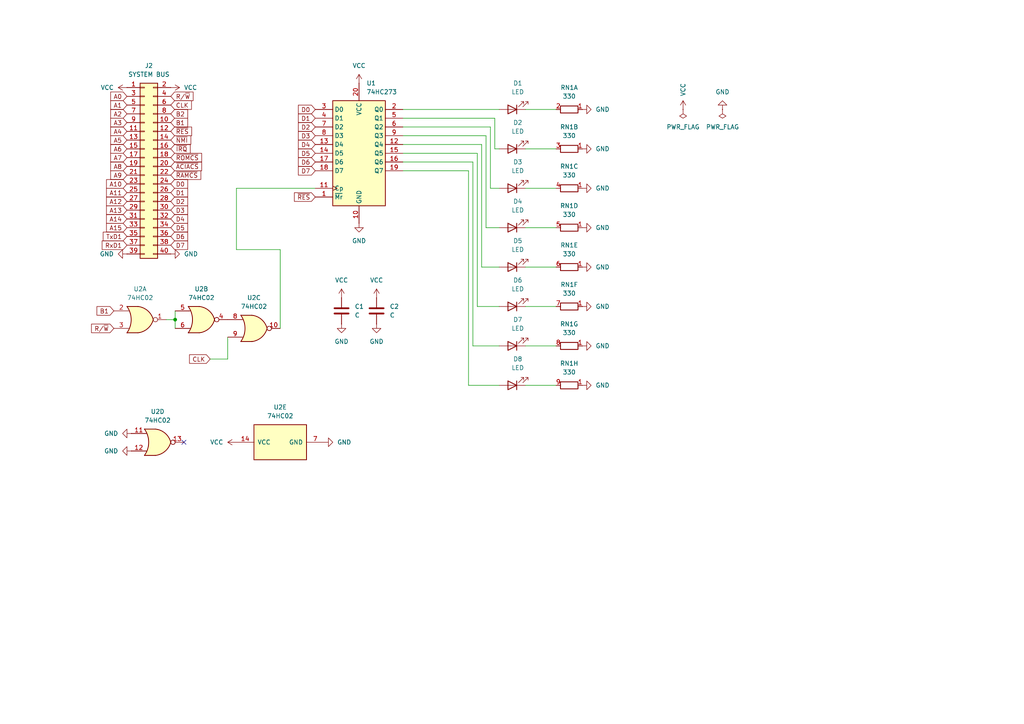
<source format=kicad_sch>
(kicad_sch
	(version 20250114)
	(generator "eeschema")
	(generator_version "9.0")
	(uuid "95ab0555-c7b4-48a9-baa7-624374f62887")
	(paper "A4")
	(lib_symbols
		(symbol "74xx:74HC02"
			(pin_names
				(offset 1.016)
			)
			(exclude_from_sim no)
			(in_bom yes)
			(on_board yes)
			(property "Reference" "U"
				(at 0 1.27 0)
				(effects
					(font
						(size 1.27 1.27)
					)
				)
			)
			(property "Value" "74HC02"
				(at 0 -1.27 0)
				(effects
					(font
						(size 1.27 1.27)
					)
				)
			)
			(property "Footprint" ""
				(at 0 0 0)
				(effects
					(font
						(size 1.27 1.27)
					)
					(hide yes)
				)
			)
			(property "Datasheet" "http://www.ti.com/lit/gpn/sn74hc02"
				(at 0 0 0)
				(effects
					(font
						(size 1.27 1.27)
					)
					(hide yes)
				)
			)
			(property "Description" "quad 2-input NOR gate"
				(at 0 0 0)
				(effects
					(font
						(size 1.27 1.27)
					)
					(hide yes)
				)
			)
			(property "ki_locked" ""
				(at 0 0 0)
				(effects
					(font
						(size 1.27 1.27)
					)
				)
			)
			(property "ki_keywords" "HCMOS Nor2"
				(at 0 0 0)
				(effects
					(font
						(size 1.27 1.27)
					)
					(hide yes)
				)
			)
			(property "ki_fp_filters" "SO14* DIP*W7.62mm*"
				(at 0 0 0)
				(effects
					(font
						(size 1.27 1.27)
					)
					(hide yes)
				)
			)
			(symbol "74HC02_1_1"
				(arc
					(start -3.81 3.81)
					(mid -2.589 0)
					(end -3.81 -3.81)
					(stroke
						(width 0.254)
						(type default)
					)
					(fill
						(type none)
					)
				)
				(polyline
					(pts
						(xy -3.81 3.81) (xy -0.635 3.81)
					)
					(stroke
						(width 0.254)
						(type default)
					)
					(fill
						(type background)
					)
				)
				(polyline
					(pts
						(xy -3.81 -3.81) (xy -0.635 -3.81)
					)
					(stroke
						(width 0.254)
						(type default)
					)
					(fill
						(type background)
					)
				)
				(arc
					(start 3.81 0)
					(mid 2.1855 -2.584)
					(end -0.6096 -3.81)
					(stroke
						(width 0.254)
						(type default)
					)
					(fill
						(type background)
					)
				)
				(arc
					(start -0.6096 3.81)
					(mid 2.1928 2.5924)
					(end 3.81 0)
					(stroke
						(width 0.254)
						(type default)
					)
					(fill
						(type background)
					)
				)
				(polyline
					(pts
						(xy -0.635 3.81) (xy -3.81 3.81) (xy -3.81 3.81) (xy -3.556 3.4036) (xy -3.0226 2.2606) (xy -2.6924 1.0414)
						(xy -2.6162 -0.254) (xy -2.7686 -1.4986) (xy -3.175 -2.7178) (xy -3.81 -3.81) (xy -3.81 -3.81)
						(xy -0.635 -3.81)
					)
					(stroke
						(width -25.4)
						(type default)
					)
					(fill
						(type background)
					)
				)
				(pin input line
					(at -7.62 2.54 0)
					(length 4.318)
					(name "~"
						(effects
							(font
								(size 1.27 1.27)
							)
						)
					)
					(number "2"
						(effects
							(font
								(size 1.27 1.27)
							)
						)
					)
				)
				(pin input line
					(at -7.62 -2.54 0)
					(length 4.318)
					(name "~"
						(effects
							(font
								(size 1.27 1.27)
							)
						)
					)
					(number "3"
						(effects
							(font
								(size 1.27 1.27)
							)
						)
					)
				)
				(pin output inverted
					(at 7.62 0 180)
					(length 3.81)
					(name "~"
						(effects
							(font
								(size 1.27 1.27)
							)
						)
					)
					(number "1"
						(effects
							(font
								(size 1.27 1.27)
							)
						)
					)
				)
			)
			(symbol "74HC02_1_2"
				(arc
					(start 0 3.81)
					(mid 3.7934 0)
					(end 0 -3.81)
					(stroke
						(width 0.254)
						(type default)
					)
					(fill
						(type background)
					)
				)
				(polyline
					(pts
						(xy 0 3.81) (xy -3.81 3.81) (xy -3.81 -3.81) (xy 0 -3.81)
					)
					(stroke
						(width 0.254)
						(type default)
					)
					(fill
						(type background)
					)
				)
				(pin input inverted
					(at -7.62 2.54 0)
					(length 3.81)
					(name "~"
						(effects
							(font
								(size 1.27 1.27)
							)
						)
					)
					(number "2"
						(effects
							(font
								(size 1.27 1.27)
							)
						)
					)
				)
				(pin input inverted
					(at -7.62 -2.54 0)
					(length 3.81)
					(name "~"
						(effects
							(font
								(size 1.27 1.27)
							)
						)
					)
					(number "3"
						(effects
							(font
								(size 1.27 1.27)
							)
						)
					)
				)
				(pin output line
					(at 7.62 0 180)
					(length 3.81)
					(name "~"
						(effects
							(font
								(size 1.27 1.27)
							)
						)
					)
					(number "1"
						(effects
							(font
								(size 1.27 1.27)
							)
						)
					)
				)
			)
			(symbol "74HC02_2_1"
				(arc
					(start -3.81 3.81)
					(mid -2.589 0)
					(end -3.81 -3.81)
					(stroke
						(width 0.254)
						(type default)
					)
					(fill
						(type none)
					)
				)
				(polyline
					(pts
						(xy -3.81 3.81) (xy -0.635 3.81)
					)
					(stroke
						(width 0.254)
						(type default)
					)
					(fill
						(type background)
					)
				)
				(polyline
					(pts
						(xy -3.81 -3.81) (xy -0.635 -3.81)
					)
					(stroke
						(width 0.254)
						(type default)
					)
					(fill
						(type background)
					)
				)
				(arc
					(start 3.81 0)
					(mid 2.1855 -2.584)
					(end -0.6096 -3.81)
					(stroke
						(width 0.254)
						(type default)
					)
					(fill
						(type background)
					)
				)
				(arc
					(start -0.6096 3.81)
					(mid 2.1928 2.5924)
					(end 3.81 0)
					(stroke
						(width 0.254)
						(type default)
					)
					(fill
						(type background)
					)
				)
				(polyline
					(pts
						(xy -0.635 3.81) (xy -3.81 3.81) (xy -3.81 3.81) (xy -3.556 3.4036) (xy -3.0226 2.2606) (xy -2.6924 1.0414)
						(xy -2.6162 -0.254) (xy -2.7686 -1.4986) (xy -3.175 -2.7178) (xy -3.81 -3.81) (xy -3.81 -3.81)
						(xy -0.635 -3.81)
					)
					(stroke
						(width -25.4)
						(type default)
					)
					(fill
						(type background)
					)
				)
				(pin input line
					(at -7.62 2.54 0)
					(length 4.318)
					(name "~"
						(effects
							(font
								(size 1.27 1.27)
							)
						)
					)
					(number "5"
						(effects
							(font
								(size 1.27 1.27)
							)
						)
					)
				)
				(pin input line
					(at -7.62 -2.54 0)
					(length 4.318)
					(name "~"
						(effects
							(font
								(size 1.27 1.27)
							)
						)
					)
					(number "6"
						(effects
							(font
								(size 1.27 1.27)
							)
						)
					)
				)
				(pin output inverted
					(at 7.62 0 180)
					(length 3.81)
					(name "~"
						(effects
							(font
								(size 1.27 1.27)
							)
						)
					)
					(number "4"
						(effects
							(font
								(size 1.27 1.27)
							)
						)
					)
				)
			)
			(symbol "74HC02_2_2"
				(arc
					(start 0 3.81)
					(mid 3.7934 0)
					(end 0 -3.81)
					(stroke
						(width 0.254)
						(type default)
					)
					(fill
						(type background)
					)
				)
				(polyline
					(pts
						(xy 0 3.81) (xy -3.81 3.81) (xy -3.81 -3.81) (xy 0 -3.81)
					)
					(stroke
						(width 0.254)
						(type default)
					)
					(fill
						(type background)
					)
				)
				(pin input inverted
					(at -7.62 2.54 0)
					(length 3.81)
					(name "~"
						(effects
							(font
								(size 1.27 1.27)
							)
						)
					)
					(number "5"
						(effects
							(font
								(size 1.27 1.27)
							)
						)
					)
				)
				(pin input inverted
					(at -7.62 -2.54 0)
					(length 3.81)
					(name "~"
						(effects
							(font
								(size 1.27 1.27)
							)
						)
					)
					(number "6"
						(effects
							(font
								(size 1.27 1.27)
							)
						)
					)
				)
				(pin output line
					(at 7.62 0 180)
					(length 3.81)
					(name "~"
						(effects
							(font
								(size 1.27 1.27)
							)
						)
					)
					(number "4"
						(effects
							(font
								(size 1.27 1.27)
							)
						)
					)
				)
			)
			(symbol "74HC02_3_1"
				(arc
					(start -3.81 3.81)
					(mid -2.589 0)
					(end -3.81 -3.81)
					(stroke
						(width 0.254)
						(type default)
					)
					(fill
						(type none)
					)
				)
				(polyline
					(pts
						(xy -3.81 3.81) (xy -0.635 3.81)
					)
					(stroke
						(width 0.254)
						(type default)
					)
					(fill
						(type background)
					)
				)
				(polyline
					(pts
						(xy -3.81 -3.81) (xy -0.635 -3.81)
					)
					(stroke
						(width 0.254)
						(type default)
					)
					(fill
						(type background)
					)
				)
				(arc
					(start 3.81 0)
					(mid 2.1855 -2.584)
					(end -0.6096 -3.81)
					(stroke
						(width 0.254)
						(type default)
					)
					(fill
						(type background)
					)
				)
				(arc
					(start -0.6096 3.81)
					(mid 2.1928 2.5924)
					(end 3.81 0)
					(stroke
						(width 0.254)
						(type default)
					)
					(fill
						(type background)
					)
				)
				(polyline
					(pts
						(xy -0.635 3.81) (xy -3.81 3.81) (xy -3.81 3.81) (xy -3.556 3.4036) (xy -3.0226 2.2606) (xy -2.6924 1.0414)
						(xy -2.6162 -0.254) (xy -2.7686 -1.4986) (xy -3.175 -2.7178) (xy -3.81 -3.81) (xy -3.81 -3.81)
						(xy -0.635 -3.81)
					)
					(stroke
						(width -25.4)
						(type default)
					)
					(fill
						(type background)
					)
				)
				(pin input line
					(at -7.62 2.54 0)
					(length 4.318)
					(name "~"
						(effects
							(font
								(size 1.27 1.27)
							)
						)
					)
					(number "8"
						(effects
							(font
								(size 1.27 1.27)
							)
						)
					)
				)
				(pin input line
					(at -7.62 -2.54 0)
					(length 4.318)
					(name "~"
						(effects
							(font
								(size 1.27 1.27)
							)
						)
					)
					(number "9"
						(effects
							(font
								(size 1.27 1.27)
							)
						)
					)
				)
				(pin output inverted
					(at 7.62 0 180)
					(length 3.81)
					(name "~"
						(effects
							(font
								(size 1.27 1.27)
							)
						)
					)
					(number "10"
						(effects
							(font
								(size 1.27 1.27)
							)
						)
					)
				)
			)
			(symbol "74HC02_3_2"
				(arc
					(start 0 3.81)
					(mid 3.7934 0)
					(end 0 -3.81)
					(stroke
						(width 0.254)
						(type default)
					)
					(fill
						(type background)
					)
				)
				(polyline
					(pts
						(xy 0 3.81) (xy -3.81 3.81) (xy -3.81 -3.81) (xy 0 -3.81)
					)
					(stroke
						(width 0.254)
						(type default)
					)
					(fill
						(type background)
					)
				)
				(pin input inverted
					(at -7.62 2.54 0)
					(length 3.81)
					(name "~"
						(effects
							(font
								(size 1.27 1.27)
							)
						)
					)
					(number "8"
						(effects
							(font
								(size 1.27 1.27)
							)
						)
					)
				)
				(pin input inverted
					(at -7.62 -2.54 0)
					(length 3.81)
					(name "~"
						(effects
							(font
								(size 1.27 1.27)
							)
						)
					)
					(number "9"
						(effects
							(font
								(size 1.27 1.27)
							)
						)
					)
				)
				(pin output line
					(at 7.62 0 180)
					(length 3.81)
					(name "~"
						(effects
							(font
								(size 1.27 1.27)
							)
						)
					)
					(number "10"
						(effects
							(font
								(size 1.27 1.27)
							)
						)
					)
				)
			)
			(symbol "74HC02_4_1"
				(arc
					(start -3.81 3.81)
					(mid -2.589 0)
					(end -3.81 -3.81)
					(stroke
						(width 0.254)
						(type default)
					)
					(fill
						(type none)
					)
				)
				(polyline
					(pts
						(xy -3.81 3.81) (xy -0.635 3.81)
					)
					(stroke
						(width 0.254)
						(type default)
					)
					(fill
						(type background)
					)
				)
				(polyline
					(pts
						(xy -3.81 -3.81) (xy -0.635 -3.81)
					)
					(stroke
						(width 0.254)
						(type default)
					)
					(fill
						(type background)
					)
				)
				(arc
					(start 3.81 0)
					(mid 2.1855 -2.584)
					(end -0.6096 -3.81)
					(stroke
						(width 0.254)
						(type default)
					)
					(fill
						(type background)
					)
				)
				(arc
					(start -0.6096 3.81)
					(mid 2.1928 2.5924)
					(end 3.81 0)
					(stroke
						(width 0.254)
						(type default)
					)
					(fill
						(type background)
					)
				)
				(polyline
					(pts
						(xy -0.635 3.81) (xy -3.81 3.81) (xy -3.81 3.81) (xy -3.556 3.4036) (xy -3.0226 2.2606) (xy -2.6924 1.0414)
						(xy -2.6162 -0.254) (xy -2.7686 -1.4986) (xy -3.175 -2.7178) (xy -3.81 -3.81) (xy -3.81 -3.81)
						(xy -0.635 -3.81)
					)
					(stroke
						(width -25.4)
						(type default)
					)
					(fill
						(type background)
					)
				)
				(pin input line
					(at -7.62 2.54 0)
					(length 4.318)
					(name "~"
						(effects
							(font
								(size 1.27 1.27)
							)
						)
					)
					(number "11"
						(effects
							(font
								(size 1.27 1.27)
							)
						)
					)
				)
				(pin input line
					(at -7.62 -2.54 0)
					(length 4.318)
					(name "~"
						(effects
							(font
								(size 1.27 1.27)
							)
						)
					)
					(number "12"
						(effects
							(font
								(size 1.27 1.27)
							)
						)
					)
				)
				(pin output inverted
					(at 7.62 0 180)
					(length 3.81)
					(name "~"
						(effects
							(font
								(size 1.27 1.27)
							)
						)
					)
					(number "13"
						(effects
							(font
								(size 1.27 1.27)
							)
						)
					)
				)
			)
			(symbol "74HC02_4_2"
				(arc
					(start 0 3.81)
					(mid 3.7934 0)
					(end 0 -3.81)
					(stroke
						(width 0.254)
						(type default)
					)
					(fill
						(type background)
					)
				)
				(polyline
					(pts
						(xy 0 3.81) (xy -3.81 3.81) (xy -3.81 -3.81) (xy 0 -3.81)
					)
					(stroke
						(width 0.254)
						(type default)
					)
					(fill
						(type background)
					)
				)
				(pin input inverted
					(at -7.62 2.54 0)
					(length 3.81)
					(name "~"
						(effects
							(font
								(size 1.27 1.27)
							)
						)
					)
					(number "11"
						(effects
							(font
								(size 1.27 1.27)
							)
						)
					)
				)
				(pin input inverted
					(at -7.62 -2.54 0)
					(length 3.81)
					(name "~"
						(effects
							(font
								(size 1.27 1.27)
							)
						)
					)
					(number "12"
						(effects
							(font
								(size 1.27 1.27)
							)
						)
					)
				)
				(pin output line
					(at 7.62 0 180)
					(length 3.81)
					(name "~"
						(effects
							(font
								(size 1.27 1.27)
							)
						)
					)
					(number "13"
						(effects
							(font
								(size 1.27 1.27)
							)
						)
					)
				)
			)
			(symbol "74HC02_5_0"
				(pin power_in line
					(at 0 12.7 270)
					(length 5.08)
					(name "VCC"
						(effects
							(font
								(size 1.27 1.27)
							)
						)
					)
					(number "14"
						(effects
							(font
								(size 1.27 1.27)
							)
						)
					)
				)
				(pin power_in line
					(at 0 -12.7 90)
					(length 5.08)
					(name "GND"
						(effects
							(font
								(size 1.27 1.27)
							)
						)
					)
					(number "7"
						(effects
							(font
								(size 1.27 1.27)
							)
						)
					)
				)
			)
			(symbol "74HC02_5_1"
				(rectangle
					(start -5.08 7.62)
					(end 5.08 -7.62)
					(stroke
						(width 0.254)
						(type default)
					)
					(fill
						(type background)
					)
				)
			)
			(embedded_fonts no)
		)
		(symbol "74xx:74HC273"
			(exclude_from_sim no)
			(in_bom yes)
			(on_board yes)
			(property "Reference" "U"
				(at -7.62 16.51 0)
				(effects
					(font
						(size 1.27 1.27)
					)
				)
			)
			(property "Value" "74HC273"
				(at -7.62 -16.51 0)
				(effects
					(font
						(size 1.27 1.27)
					)
				)
			)
			(property "Footprint" ""
				(at 0 0 0)
				(effects
					(font
						(size 1.27 1.27)
					)
					(hide yes)
				)
			)
			(property "Datasheet" "https://assets.nexperia.com/documents/data-sheet/74HC_HCT273.pdf"
				(at 0 0 0)
				(effects
					(font
						(size 1.27 1.27)
					)
					(hide yes)
				)
			)
			(property "Description" "8-bit D Flip-Flop, reset"
				(at 0 0 0)
				(effects
					(font
						(size 1.27 1.27)
					)
					(hide yes)
				)
			)
			(property "ki_keywords" "HCMOS DFF DFF8"
				(at 0 0 0)
				(effects
					(font
						(size 1.27 1.27)
					)
					(hide yes)
				)
			)
			(property "ki_fp_filters" "DIP?20* SO?20* SOIC?20*"
				(at 0 0 0)
				(effects
					(font
						(size 1.27 1.27)
					)
					(hide yes)
				)
			)
			(symbol "74HC273_1_0"
				(pin input line
					(at -12.7 12.7 0)
					(length 5.08)
					(name "D0"
						(effects
							(font
								(size 1.27 1.27)
							)
						)
					)
					(number "3"
						(effects
							(font
								(size 1.27 1.27)
							)
						)
					)
				)
				(pin input line
					(at -12.7 10.16 0)
					(length 5.08)
					(name "D1"
						(effects
							(font
								(size 1.27 1.27)
							)
						)
					)
					(number "4"
						(effects
							(font
								(size 1.27 1.27)
							)
						)
					)
				)
				(pin input line
					(at -12.7 7.62 0)
					(length 5.08)
					(name "D2"
						(effects
							(font
								(size 1.27 1.27)
							)
						)
					)
					(number "7"
						(effects
							(font
								(size 1.27 1.27)
							)
						)
					)
				)
				(pin input line
					(at -12.7 5.08 0)
					(length 5.08)
					(name "D3"
						(effects
							(font
								(size 1.27 1.27)
							)
						)
					)
					(number "8"
						(effects
							(font
								(size 1.27 1.27)
							)
						)
					)
				)
				(pin input line
					(at -12.7 2.54 0)
					(length 5.08)
					(name "D4"
						(effects
							(font
								(size 1.27 1.27)
							)
						)
					)
					(number "13"
						(effects
							(font
								(size 1.27 1.27)
							)
						)
					)
				)
				(pin input line
					(at -12.7 0 0)
					(length 5.08)
					(name "D5"
						(effects
							(font
								(size 1.27 1.27)
							)
						)
					)
					(number "14"
						(effects
							(font
								(size 1.27 1.27)
							)
						)
					)
				)
				(pin input line
					(at -12.7 -2.54 0)
					(length 5.08)
					(name "D6"
						(effects
							(font
								(size 1.27 1.27)
							)
						)
					)
					(number "17"
						(effects
							(font
								(size 1.27 1.27)
							)
						)
					)
				)
				(pin input line
					(at -12.7 -5.08 0)
					(length 5.08)
					(name "D7"
						(effects
							(font
								(size 1.27 1.27)
							)
						)
					)
					(number "18"
						(effects
							(font
								(size 1.27 1.27)
							)
						)
					)
				)
				(pin input clock
					(at -12.7 -10.16 0)
					(length 5.08)
					(name "Cp"
						(effects
							(font
								(size 1.27 1.27)
							)
						)
					)
					(number "11"
						(effects
							(font
								(size 1.27 1.27)
							)
						)
					)
				)
				(pin input line
					(at -12.7 -12.7 0)
					(length 5.08)
					(name "~{Mr}"
						(effects
							(font
								(size 1.27 1.27)
							)
						)
					)
					(number "1"
						(effects
							(font
								(size 1.27 1.27)
							)
						)
					)
				)
				(pin power_in line
					(at 0 20.32 270)
					(length 5.08)
					(name "VCC"
						(effects
							(font
								(size 1.27 1.27)
							)
						)
					)
					(number "20"
						(effects
							(font
								(size 1.27 1.27)
							)
						)
					)
				)
				(pin power_in line
					(at 0 -20.32 90)
					(length 5.08)
					(name "GND"
						(effects
							(font
								(size 1.27 1.27)
							)
						)
					)
					(number "10"
						(effects
							(font
								(size 1.27 1.27)
							)
						)
					)
				)
				(pin output line
					(at 12.7 12.7 180)
					(length 5.08)
					(name "Q0"
						(effects
							(font
								(size 1.27 1.27)
							)
						)
					)
					(number "2"
						(effects
							(font
								(size 1.27 1.27)
							)
						)
					)
				)
				(pin output line
					(at 12.7 10.16 180)
					(length 5.08)
					(name "Q1"
						(effects
							(font
								(size 1.27 1.27)
							)
						)
					)
					(number "5"
						(effects
							(font
								(size 1.27 1.27)
							)
						)
					)
				)
				(pin output line
					(at 12.7 7.62 180)
					(length 5.08)
					(name "Q2"
						(effects
							(font
								(size 1.27 1.27)
							)
						)
					)
					(number "6"
						(effects
							(font
								(size 1.27 1.27)
							)
						)
					)
				)
				(pin output line
					(at 12.7 5.08 180)
					(length 5.08)
					(name "Q3"
						(effects
							(font
								(size 1.27 1.27)
							)
						)
					)
					(number "9"
						(effects
							(font
								(size 1.27 1.27)
							)
						)
					)
				)
				(pin output line
					(at 12.7 2.54 180)
					(length 5.08)
					(name "Q4"
						(effects
							(font
								(size 1.27 1.27)
							)
						)
					)
					(number "12"
						(effects
							(font
								(size 1.27 1.27)
							)
						)
					)
				)
				(pin output line
					(at 12.7 0 180)
					(length 5.08)
					(name "Q5"
						(effects
							(font
								(size 1.27 1.27)
							)
						)
					)
					(number "15"
						(effects
							(font
								(size 1.27 1.27)
							)
						)
					)
				)
				(pin output line
					(at 12.7 -2.54 180)
					(length 5.08)
					(name "Q6"
						(effects
							(font
								(size 1.27 1.27)
							)
						)
					)
					(number "16"
						(effects
							(font
								(size 1.27 1.27)
							)
						)
					)
				)
				(pin output line
					(at 12.7 -5.08 180)
					(length 5.08)
					(name "Q7"
						(effects
							(font
								(size 1.27 1.27)
							)
						)
					)
					(number "19"
						(effects
							(font
								(size 1.27 1.27)
							)
						)
					)
				)
			)
			(symbol "74HC273_1_1"
				(rectangle
					(start -7.62 15.24)
					(end 7.62 -15.24)
					(stroke
						(width 0.254)
						(type default)
					)
					(fill
						(type background)
					)
				)
			)
			(embedded_fonts no)
		)
		(symbol "Connector_Generic:Conn_02x20_Odd_Even"
			(pin_names
				(offset 1.016)
				(hide yes)
			)
			(exclude_from_sim no)
			(in_bom yes)
			(on_board yes)
			(property "Reference" "J"
				(at 1.27 25.4 0)
				(effects
					(font
						(size 1.27 1.27)
					)
				)
			)
			(property "Value" "Conn_02x20_Odd_Even"
				(at 1.27 -27.94 0)
				(effects
					(font
						(size 1.27 1.27)
					)
				)
			)
			(property "Footprint" ""
				(at 0 0 0)
				(effects
					(font
						(size 1.27 1.27)
					)
					(hide yes)
				)
			)
			(property "Datasheet" "~"
				(at 0 0 0)
				(effects
					(font
						(size 1.27 1.27)
					)
					(hide yes)
				)
			)
			(property "Description" "Generic connector, double row, 02x20, odd/even pin numbering scheme (row 1 odd numbers, row 2 even numbers), script generated (kicad-library-utils/schlib/autogen/connector/)"
				(at 0 0 0)
				(effects
					(font
						(size 1.27 1.27)
					)
					(hide yes)
				)
			)
			(property "ki_keywords" "connector"
				(at 0 0 0)
				(effects
					(font
						(size 1.27 1.27)
					)
					(hide yes)
				)
			)
			(property "ki_fp_filters" "Connector*:*_2x??_*"
				(at 0 0 0)
				(effects
					(font
						(size 1.27 1.27)
					)
					(hide yes)
				)
			)
			(symbol "Conn_02x20_Odd_Even_1_1"
				(rectangle
					(start -1.27 24.13)
					(end 3.81 -26.67)
					(stroke
						(width 0.254)
						(type default)
					)
					(fill
						(type background)
					)
				)
				(rectangle
					(start -1.27 22.987)
					(end 0 22.733)
					(stroke
						(width 0.1524)
						(type default)
					)
					(fill
						(type none)
					)
				)
				(rectangle
					(start -1.27 20.447)
					(end 0 20.193)
					(stroke
						(width 0.1524)
						(type default)
					)
					(fill
						(type none)
					)
				)
				(rectangle
					(start -1.27 17.907)
					(end 0 17.653)
					(stroke
						(width 0.1524)
						(type default)
					)
					(fill
						(type none)
					)
				)
				(rectangle
					(start -1.27 15.367)
					(end 0 15.113)
					(stroke
						(width 0.1524)
						(type default)
					)
					(fill
						(type none)
					)
				)
				(rectangle
					(start -1.27 12.827)
					(end 0 12.573)
					(stroke
						(width 0.1524)
						(type default)
					)
					(fill
						(type none)
					)
				)
				(rectangle
					(start -1.27 10.287)
					(end 0 10.033)
					(stroke
						(width 0.1524)
						(type default)
					)
					(fill
						(type none)
					)
				)
				(rectangle
					(start -1.27 7.747)
					(end 0 7.493)
					(stroke
						(width 0.1524)
						(type default)
					)
					(fill
						(type none)
					)
				)
				(rectangle
					(start -1.27 5.207)
					(end 0 4.953)
					(stroke
						(width 0.1524)
						(type default)
					)
					(fill
						(type none)
					)
				)
				(rectangle
					(start -1.27 2.667)
					(end 0 2.413)
					(stroke
						(width 0.1524)
						(type default)
					)
					(fill
						(type none)
					)
				)
				(rectangle
					(start -1.27 0.127)
					(end 0 -0.127)
					(stroke
						(width 0.1524)
						(type default)
					)
					(fill
						(type none)
					)
				)
				(rectangle
					(start -1.27 -2.413)
					(end 0 -2.667)
					(stroke
						(width 0.1524)
						(type default)
					)
					(fill
						(type none)
					)
				)
				(rectangle
					(start -1.27 -4.953)
					(end 0 -5.207)
					(stroke
						(width 0.1524)
						(type default)
					)
					(fill
						(type none)
					)
				)
				(rectangle
					(start -1.27 -7.493)
					(end 0 -7.747)
					(stroke
						(width 0.1524)
						(type default)
					)
					(fill
						(type none)
					)
				)
				(rectangle
					(start -1.27 -10.033)
					(end 0 -10.287)
					(stroke
						(width 0.1524)
						(type default)
					)
					(fill
						(type none)
					)
				)
				(rectangle
					(start -1.27 -12.573)
					(end 0 -12.827)
					(stroke
						(width 0.1524)
						(type default)
					)
					(fill
						(type none)
					)
				)
				(rectangle
					(start -1.27 -15.113)
					(end 0 -15.367)
					(stroke
						(width 0.1524)
						(type default)
					)
					(fill
						(type none)
					)
				)
				(rectangle
					(start -1.27 -17.653)
					(end 0 -17.907)
					(stroke
						(width 0.1524)
						(type default)
					)
					(fill
						(type none)
					)
				)
				(rectangle
					(start -1.27 -20.193)
					(end 0 -20.447)
					(stroke
						(width 0.1524)
						(type default)
					)
					(fill
						(type none)
					)
				)
				(rectangle
					(start -1.27 -22.733)
					(end 0 -22.987)
					(stroke
						(width 0.1524)
						(type default)
					)
					(fill
						(type none)
					)
				)
				(rectangle
					(start -1.27 -25.273)
					(end 0 -25.527)
					(stroke
						(width 0.1524)
						(type default)
					)
					(fill
						(type none)
					)
				)
				(rectangle
					(start 3.81 22.987)
					(end 2.54 22.733)
					(stroke
						(width 0.1524)
						(type default)
					)
					(fill
						(type none)
					)
				)
				(rectangle
					(start 3.81 20.447)
					(end 2.54 20.193)
					(stroke
						(width 0.1524)
						(type default)
					)
					(fill
						(type none)
					)
				)
				(rectangle
					(start 3.81 17.907)
					(end 2.54 17.653)
					(stroke
						(width 0.1524)
						(type default)
					)
					(fill
						(type none)
					)
				)
				(rectangle
					(start 3.81 15.367)
					(end 2.54 15.113)
					(stroke
						(width 0.1524)
						(type default)
					)
					(fill
						(type none)
					)
				)
				(rectangle
					(start 3.81 12.827)
					(end 2.54 12.573)
					(stroke
						(width 0.1524)
						(type default)
					)
					(fill
						(type none)
					)
				)
				(rectangle
					(start 3.81 10.287)
					(end 2.54 10.033)
					(stroke
						(width 0.1524)
						(type default)
					)
					(fill
						(type none)
					)
				)
				(rectangle
					(start 3.81 7.747)
					(end 2.54 7.493)
					(stroke
						(width 0.1524)
						(type default)
					)
					(fill
						(type none)
					)
				)
				(rectangle
					(start 3.81 5.207)
					(end 2.54 4.953)
					(stroke
						(width 0.1524)
						(type default)
					)
					(fill
						(type none)
					)
				)
				(rectangle
					(start 3.81 2.667)
					(end 2.54 2.413)
					(stroke
						(width 0.1524)
						(type default)
					)
					(fill
						(type none)
					)
				)
				(rectangle
					(start 3.81 0.127)
					(end 2.54 -0.127)
					(stroke
						(width 0.1524)
						(type default)
					)
					(fill
						(type none)
					)
				)
				(rectangle
					(start 3.81 -2.413)
					(end 2.54 -2.667)
					(stroke
						(width 0.1524)
						(type default)
					)
					(fill
						(type none)
					)
				)
				(rectangle
					(start 3.81 -4.953)
					(end 2.54 -5.207)
					(stroke
						(width 0.1524)
						(type default)
					)
					(fill
						(type none)
					)
				)
				(rectangle
					(start 3.81 -7.493)
					(end 2.54 -7.747)
					(stroke
						(width 0.1524)
						(type default)
					)
					(fill
						(type none)
					)
				)
				(rectangle
					(start 3.81 -10.033)
					(end 2.54 -10.287)
					(stroke
						(width 0.1524)
						(type default)
					)
					(fill
						(type none)
					)
				)
				(rectangle
					(start 3.81 -12.573)
					(end 2.54 -12.827)
					(stroke
						(width 0.1524)
						(type default)
					)
					(fill
						(type none)
					)
				)
				(rectangle
					(start 3.81 -15.113)
					(end 2.54 -15.367)
					(stroke
						(width 0.1524)
						(type default)
					)
					(fill
						(type none)
					)
				)
				(rectangle
					(start 3.81 -17.653)
					(end 2.54 -17.907)
					(stroke
						(width 0.1524)
						(type default)
					)
					(fill
						(type none)
					)
				)
				(rectangle
					(start 3.81 -20.193)
					(end 2.54 -20.447)
					(stroke
						(width 0.1524)
						(type default)
					)
					(fill
						(type none)
					)
				)
				(rectangle
					(start 3.81 -22.733)
					(end 2.54 -22.987)
					(stroke
						(width 0.1524)
						(type default)
					)
					(fill
						(type none)
					)
				)
				(rectangle
					(start 3.81 -25.273)
					(end 2.54 -25.527)
					(stroke
						(width 0.1524)
						(type default)
					)
					(fill
						(type none)
					)
				)
				(pin passive line
					(at -5.08 22.86 0)
					(length 3.81)
					(name "Pin_1"
						(effects
							(font
								(size 1.27 1.27)
							)
						)
					)
					(number "1"
						(effects
							(font
								(size 1.27 1.27)
							)
						)
					)
				)
				(pin passive line
					(at -5.08 20.32 0)
					(length 3.81)
					(name "Pin_3"
						(effects
							(font
								(size 1.27 1.27)
							)
						)
					)
					(number "3"
						(effects
							(font
								(size 1.27 1.27)
							)
						)
					)
				)
				(pin passive line
					(at -5.08 17.78 0)
					(length 3.81)
					(name "Pin_5"
						(effects
							(font
								(size 1.27 1.27)
							)
						)
					)
					(number "5"
						(effects
							(font
								(size 1.27 1.27)
							)
						)
					)
				)
				(pin passive line
					(at -5.08 15.24 0)
					(length 3.81)
					(name "Pin_7"
						(effects
							(font
								(size 1.27 1.27)
							)
						)
					)
					(number "7"
						(effects
							(font
								(size 1.27 1.27)
							)
						)
					)
				)
				(pin passive line
					(at -5.08 12.7 0)
					(length 3.81)
					(name "Pin_9"
						(effects
							(font
								(size 1.27 1.27)
							)
						)
					)
					(number "9"
						(effects
							(font
								(size 1.27 1.27)
							)
						)
					)
				)
				(pin passive line
					(at -5.08 10.16 0)
					(length 3.81)
					(name "Pin_11"
						(effects
							(font
								(size 1.27 1.27)
							)
						)
					)
					(number "11"
						(effects
							(font
								(size 1.27 1.27)
							)
						)
					)
				)
				(pin passive line
					(at -5.08 7.62 0)
					(length 3.81)
					(name "Pin_13"
						(effects
							(font
								(size 1.27 1.27)
							)
						)
					)
					(number "13"
						(effects
							(font
								(size 1.27 1.27)
							)
						)
					)
				)
				(pin passive line
					(at -5.08 5.08 0)
					(length 3.81)
					(name "Pin_15"
						(effects
							(font
								(size 1.27 1.27)
							)
						)
					)
					(number "15"
						(effects
							(font
								(size 1.27 1.27)
							)
						)
					)
				)
				(pin passive line
					(at -5.08 2.54 0)
					(length 3.81)
					(name "Pin_17"
						(effects
							(font
								(size 1.27 1.27)
							)
						)
					)
					(number "17"
						(effects
							(font
								(size 1.27 1.27)
							)
						)
					)
				)
				(pin passive line
					(at -5.08 0 0)
					(length 3.81)
					(name "Pin_19"
						(effects
							(font
								(size 1.27 1.27)
							)
						)
					)
					(number "19"
						(effects
							(font
								(size 1.27 1.27)
							)
						)
					)
				)
				(pin passive line
					(at -5.08 -2.54 0)
					(length 3.81)
					(name "Pin_21"
						(effects
							(font
								(size 1.27 1.27)
							)
						)
					)
					(number "21"
						(effects
							(font
								(size 1.27 1.27)
							)
						)
					)
				)
				(pin passive line
					(at -5.08 -5.08 0)
					(length 3.81)
					(name "Pin_23"
						(effects
							(font
								(size 1.27 1.27)
							)
						)
					)
					(number "23"
						(effects
							(font
								(size 1.27 1.27)
							)
						)
					)
				)
				(pin passive line
					(at -5.08 -7.62 0)
					(length 3.81)
					(name "Pin_25"
						(effects
							(font
								(size 1.27 1.27)
							)
						)
					)
					(number "25"
						(effects
							(font
								(size 1.27 1.27)
							)
						)
					)
				)
				(pin passive line
					(at -5.08 -10.16 0)
					(length 3.81)
					(name "Pin_27"
						(effects
							(font
								(size 1.27 1.27)
							)
						)
					)
					(number "27"
						(effects
							(font
								(size 1.27 1.27)
							)
						)
					)
				)
				(pin passive line
					(at -5.08 -12.7 0)
					(length 3.81)
					(name "Pin_29"
						(effects
							(font
								(size 1.27 1.27)
							)
						)
					)
					(number "29"
						(effects
							(font
								(size 1.27 1.27)
							)
						)
					)
				)
				(pin passive line
					(at -5.08 -15.24 0)
					(length 3.81)
					(name "Pin_31"
						(effects
							(font
								(size 1.27 1.27)
							)
						)
					)
					(number "31"
						(effects
							(font
								(size 1.27 1.27)
							)
						)
					)
				)
				(pin passive line
					(at -5.08 -17.78 0)
					(length 3.81)
					(name "Pin_33"
						(effects
							(font
								(size 1.27 1.27)
							)
						)
					)
					(number "33"
						(effects
							(font
								(size 1.27 1.27)
							)
						)
					)
				)
				(pin passive line
					(at -5.08 -20.32 0)
					(length 3.81)
					(name "Pin_35"
						(effects
							(font
								(size 1.27 1.27)
							)
						)
					)
					(number "35"
						(effects
							(font
								(size 1.27 1.27)
							)
						)
					)
				)
				(pin passive line
					(at -5.08 -22.86 0)
					(length 3.81)
					(name "Pin_37"
						(effects
							(font
								(size 1.27 1.27)
							)
						)
					)
					(number "37"
						(effects
							(font
								(size 1.27 1.27)
							)
						)
					)
				)
				(pin passive line
					(at -5.08 -25.4 0)
					(length 3.81)
					(name "Pin_39"
						(effects
							(font
								(size 1.27 1.27)
							)
						)
					)
					(number "39"
						(effects
							(font
								(size 1.27 1.27)
							)
						)
					)
				)
				(pin passive line
					(at 7.62 22.86 180)
					(length 3.81)
					(name "Pin_2"
						(effects
							(font
								(size 1.27 1.27)
							)
						)
					)
					(number "2"
						(effects
							(font
								(size 1.27 1.27)
							)
						)
					)
				)
				(pin passive line
					(at 7.62 20.32 180)
					(length 3.81)
					(name "Pin_4"
						(effects
							(font
								(size 1.27 1.27)
							)
						)
					)
					(number "4"
						(effects
							(font
								(size 1.27 1.27)
							)
						)
					)
				)
				(pin passive line
					(at 7.62 17.78 180)
					(length 3.81)
					(name "Pin_6"
						(effects
							(font
								(size 1.27 1.27)
							)
						)
					)
					(number "6"
						(effects
							(font
								(size 1.27 1.27)
							)
						)
					)
				)
				(pin passive line
					(at 7.62 15.24 180)
					(length 3.81)
					(name "Pin_8"
						(effects
							(font
								(size 1.27 1.27)
							)
						)
					)
					(number "8"
						(effects
							(font
								(size 1.27 1.27)
							)
						)
					)
				)
				(pin passive line
					(at 7.62 12.7 180)
					(length 3.81)
					(name "Pin_10"
						(effects
							(font
								(size 1.27 1.27)
							)
						)
					)
					(number "10"
						(effects
							(font
								(size 1.27 1.27)
							)
						)
					)
				)
				(pin passive line
					(at 7.62 10.16 180)
					(length 3.81)
					(name "Pin_12"
						(effects
							(font
								(size 1.27 1.27)
							)
						)
					)
					(number "12"
						(effects
							(font
								(size 1.27 1.27)
							)
						)
					)
				)
				(pin passive line
					(at 7.62 7.62 180)
					(length 3.81)
					(name "Pin_14"
						(effects
							(font
								(size 1.27 1.27)
							)
						)
					)
					(number "14"
						(effects
							(font
								(size 1.27 1.27)
							)
						)
					)
				)
				(pin passive line
					(at 7.62 5.08 180)
					(length 3.81)
					(name "Pin_16"
						(effects
							(font
								(size 1.27 1.27)
							)
						)
					)
					(number "16"
						(effects
							(font
								(size 1.27 1.27)
							)
						)
					)
				)
				(pin passive line
					(at 7.62 2.54 180)
					(length 3.81)
					(name "Pin_18"
						(effects
							(font
								(size 1.27 1.27)
							)
						)
					)
					(number "18"
						(effects
							(font
								(size 1.27 1.27)
							)
						)
					)
				)
				(pin passive line
					(at 7.62 0 180)
					(length 3.81)
					(name "Pin_20"
						(effects
							(font
								(size 1.27 1.27)
							)
						)
					)
					(number "20"
						(effects
							(font
								(size 1.27 1.27)
							)
						)
					)
				)
				(pin passive line
					(at 7.62 -2.54 180)
					(length 3.81)
					(name "Pin_22"
						(effects
							(font
								(size 1.27 1.27)
							)
						)
					)
					(number "22"
						(effects
							(font
								(size 1.27 1.27)
							)
						)
					)
				)
				(pin passive line
					(at 7.62 -5.08 180)
					(length 3.81)
					(name "Pin_24"
						(effects
							(font
								(size 1.27 1.27)
							)
						)
					)
					(number "24"
						(effects
							(font
								(size 1.27 1.27)
							)
						)
					)
				)
				(pin passive line
					(at 7.62 -7.62 180)
					(length 3.81)
					(name "Pin_26"
						(effects
							(font
								(size 1.27 1.27)
							)
						)
					)
					(number "26"
						(effects
							(font
								(size 1.27 1.27)
							)
						)
					)
				)
				(pin passive line
					(at 7.62 -10.16 180)
					(length 3.81)
					(name "Pin_28"
						(effects
							(font
								(size 1.27 1.27)
							)
						)
					)
					(number "28"
						(effects
							(font
								(size 1.27 1.27)
							)
						)
					)
				)
				(pin passive line
					(at 7.62 -12.7 180)
					(length 3.81)
					(name "Pin_30"
						(effects
							(font
								(size 1.27 1.27)
							)
						)
					)
					(number "30"
						(effects
							(font
								(size 1.27 1.27)
							)
						)
					)
				)
				(pin passive line
					(at 7.62 -15.24 180)
					(length 3.81)
					(name "Pin_32"
						(effects
							(font
								(size 1.27 1.27)
							)
						)
					)
					(number "32"
						(effects
							(font
								(size 1.27 1.27)
							)
						)
					)
				)
				(pin passive line
					(at 7.62 -17.78 180)
					(length 3.81)
					(name "Pin_34"
						(effects
							(font
								(size 1.27 1.27)
							)
						)
					)
					(number "34"
						(effects
							(font
								(size 1.27 1.27)
							)
						)
					)
				)
				(pin passive line
					(at 7.62 -20.32 180)
					(length 3.81)
					(name "Pin_36"
						(effects
							(font
								(size 1.27 1.27)
							)
						)
					)
					(number "36"
						(effects
							(font
								(size 1.27 1.27)
							)
						)
					)
				)
				(pin passive line
					(at 7.62 -22.86 180)
					(length 3.81)
					(name "Pin_38"
						(effects
							(font
								(size 1.27 1.27)
							)
						)
					)
					(number "38"
						(effects
							(font
								(size 1.27 1.27)
							)
						)
					)
				)
				(pin passive line
					(at 7.62 -25.4 180)
					(length 3.81)
					(name "Pin_40"
						(effects
							(font
								(size 1.27 1.27)
							)
						)
					)
					(number "40"
						(effects
							(font
								(size 1.27 1.27)
							)
						)
					)
				)
			)
			(embedded_fonts no)
		)
		(symbol "Device:C"
			(pin_numbers
				(hide yes)
			)
			(pin_names
				(offset 0.254)
			)
			(exclude_from_sim no)
			(in_bom yes)
			(on_board yes)
			(property "Reference" "C"
				(at 0.635 2.54 0)
				(effects
					(font
						(size 1.27 1.27)
					)
					(justify left)
				)
			)
			(property "Value" "C"
				(at 0.635 -2.54 0)
				(effects
					(font
						(size 1.27 1.27)
					)
					(justify left)
				)
			)
			(property "Footprint" ""
				(at 0.9652 -3.81 0)
				(effects
					(font
						(size 1.27 1.27)
					)
					(hide yes)
				)
			)
			(property "Datasheet" "~"
				(at 0 0 0)
				(effects
					(font
						(size 1.27 1.27)
					)
					(hide yes)
				)
			)
			(property "Description" "Unpolarized capacitor"
				(at 0 0 0)
				(effects
					(font
						(size 1.27 1.27)
					)
					(hide yes)
				)
			)
			(property "ki_keywords" "cap capacitor"
				(at 0 0 0)
				(effects
					(font
						(size 1.27 1.27)
					)
					(hide yes)
				)
			)
			(property "ki_fp_filters" "C_*"
				(at 0 0 0)
				(effects
					(font
						(size 1.27 1.27)
					)
					(hide yes)
				)
			)
			(symbol "C_0_1"
				(polyline
					(pts
						(xy -2.032 0.762) (xy 2.032 0.762)
					)
					(stroke
						(width 0.508)
						(type default)
					)
					(fill
						(type none)
					)
				)
				(polyline
					(pts
						(xy -2.032 -0.762) (xy 2.032 -0.762)
					)
					(stroke
						(width 0.508)
						(type default)
					)
					(fill
						(type none)
					)
				)
			)
			(symbol "C_1_1"
				(pin passive line
					(at 0 3.81 270)
					(length 2.794)
					(name "~"
						(effects
							(font
								(size 1.27 1.27)
							)
						)
					)
					(number "1"
						(effects
							(font
								(size 1.27 1.27)
							)
						)
					)
				)
				(pin passive line
					(at 0 -3.81 90)
					(length 2.794)
					(name "~"
						(effects
							(font
								(size 1.27 1.27)
							)
						)
					)
					(number "2"
						(effects
							(font
								(size 1.27 1.27)
							)
						)
					)
				)
			)
			(embedded_fonts no)
		)
		(symbol "Device:LED"
			(pin_numbers
				(hide yes)
			)
			(pin_names
				(offset 1.016)
				(hide yes)
			)
			(exclude_from_sim no)
			(in_bom yes)
			(on_board yes)
			(property "Reference" "D"
				(at 0 2.54 0)
				(effects
					(font
						(size 1.27 1.27)
					)
				)
			)
			(property "Value" "LED"
				(at 0 -2.54 0)
				(effects
					(font
						(size 1.27 1.27)
					)
				)
			)
			(property "Footprint" ""
				(at 0 0 0)
				(effects
					(font
						(size 1.27 1.27)
					)
					(hide yes)
				)
			)
			(property "Datasheet" "~"
				(at 0 0 0)
				(effects
					(font
						(size 1.27 1.27)
					)
					(hide yes)
				)
			)
			(property "Description" "Light emitting diode"
				(at 0 0 0)
				(effects
					(font
						(size 1.27 1.27)
					)
					(hide yes)
				)
			)
			(property "Sim.Pins" "1=K 2=A"
				(at 0 0 0)
				(effects
					(font
						(size 1.27 1.27)
					)
					(hide yes)
				)
			)
			(property "ki_keywords" "LED diode"
				(at 0 0 0)
				(effects
					(font
						(size 1.27 1.27)
					)
					(hide yes)
				)
			)
			(property "ki_fp_filters" "LED* LED_SMD:* LED_THT:*"
				(at 0 0 0)
				(effects
					(font
						(size 1.27 1.27)
					)
					(hide yes)
				)
			)
			(symbol "LED_0_1"
				(polyline
					(pts
						(xy -3.048 -0.762) (xy -4.572 -2.286) (xy -3.81 -2.286) (xy -4.572 -2.286) (xy -4.572 -1.524)
					)
					(stroke
						(width 0)
						(type default)
					)
					(fill
						(type none)
					)
				)
				(polyline
					(pts
						(xy -1.778 -0.762) (xy -3.302 -2.286) (xy -2.54 -2.286) (xy -3.302 -2.286) (xy -3.302 -1.524)
					)
					(stroke
						(width 0)
						(type default)
					)
					(fill
						(type none)
					)
				)
				(polyline
					(pts
						(xy -1.27 0) (xy 1.27 0)
					)
					(stroke
						(width 0)
						(type default)
					)
					(fill
						(type none)
					)
				)
				(polyline
					(pts
						(xy -1.27 -1.27) (xy -1.27 1.27)
					)
					(stroke
						(width 0.254)
						(type default)
					)
					(fill
						(type none)
					)
				)
				(polyline
					(pts
						(xy 1.27 -1.27) (xy 1.27 1.27) (xy -1.27 0) (xy 1.27 -1.27)
					)
					(stroke
						(width 0.254)
						(type default)
					)
					(fill
						(type none)
					)
				)
			)
			(symbol "LED_1_1"
				(pin passive line
					(at -3.81 0 0)
					(length 2.54)
					(name "K"
						(effects
							(font
								(size 1.27 1.27)
							)
						)
					)
					(number "1"
						(effects
							(font
								(size 1.27 1.27)
							)
						)
					)
				)
				(pin passive line
					(at 3.81 0 180)
					(length 2.54)
					(name "A"
						(effects
							(font
								(size 1.27 1.27)
							)
						)
					)
					(number "2"
						(effects
							(font
								(size 1.27 1.27)
							)
						)
					)
				)
			)
			(embedded_fonts no)
		)
		(symbol "Device:R_Network08_Split"
			(pin_names
				(offset 0)
				(hide yes)
			)
			(exclude_from_sim no)
			(in_bom yes)
			(on_board yes)
			(property "Reference" "RN"
				(at 2.032 0 90)
				(effects
					(font
						(size 1.27 1.27)
					)
				)
			)
			(property "Value" "R_Network08_Split"
				(at 0 0 90)
				(effects
					(font
						(size 1.27 1.27)
					)
				)
			)
			(property "Footprint" "Resistor_THT:R_Array_SIP9"
				(at -2.032 0 90)
				(effects
					(font
						(size 1.27 1.27)
					)
					(hide yes)
				)
			)
			(property "Datasheet" "http://www.vishay.com/docs/31509/csc.pdf"
				(at 0 0 0)
				(effects
					(font
						(size 1.27 1.27)
					)
					(hide yes)
				)
			)
			(property "Description" "8 resistor network, star topology, bussed resistors, split"
				(at 0 0 0)
				(effects
					(font
						(size 1.27 1.27)
					)
					(hide yes)
				)
			)
			(property "ki_keywords" "R network star-topology"
				(at 0 0 0)
				(effects
					(font
						(size 1.27 1.27)
					)
					(hide yes)
				)
			)
			(property "ki_fp_filters" "R?Array?SIP*"
				(at 0 0 0)
				(effects
					(font
						(size 1.27 1.27)
					)
					(hide yes)
				)
			)
			(symbol "R_Network08_Split_0_1"
				(rectangle
					(start 1.016 2.54)
					(end -1.016 -2.54)
					(stroke
						(width 0.254)
						(type default)
					)
					(fill
						(type none)
					)
				)
				(pin passive line
					(at 0 3.81 270)
					(length 1.27)
					(name "R1"
						(effects
							(font
								(size 1.27 1.27)
							)
						)
					)
					(number "1"
						(effects
							(font
								(size 1.27 1.27)
							)
						)
					)
				)
			)
			(symbol "R_Network08_Split_1_1"
				(pin passive line
					(at 0 -3.81 90)
					(length 1.27)
					(name "R1.2"
						(effects
							(font
								(size 1.27 1.27)
							)
						)
					)
					(number "2"
						(effects
							(font
								(size 1.27 1.27)
							)
						)
					)
				)
			)
			(symbol "R_Network08_Split_2_1"
				(pin passive line
					(at 0 -3.81 90)
					(length 1.27)
					(name "R2.2"
						(effects
							(font
								(size 1.27 1.27)
							)
						)
					)
					(number "3"
						(effects
							(font
								(size 1.27 1.27)
							)
						)
					)
				)
			)
			(symbol "R_Network08_Split_3_1"
				(pin passive line
					(at 0 -3.81 90)
					(length 1.27)
					(name "R3.2"
						(effects
							(font
								(size 1.27 1.27)
							)
						)
					)
					(number "4"
						(effects
							(font
								(size 1.27 1.27)
							)
						)
					)
				)
			)
			(symbol "R_Network08_Split_4_1"
				(pin passive line
					(at 0 -3.81 90)
					(length 1.27)
					(name "R4.2"
						(effects
							(font
								(size 1.27 1.27)
							)
						)
					)
					(number "5"
						(effects
							(font
								(size 1.27 1.27)
							)
						)
					)
				)
			)
			(symbol "R_Network08_Split_5_1"
				(pin passive line
					(at 0 -3.81 90)
					(length 1.27)
					(name "R5.2"
						(effects
							(font
								(size 1.27 1.27)
							)
						)
					)
					(number "6"
						(effects
							(font
								(size 1.27 1.27)
							)
						)
					)
				)
			)
			(symbol "R_Network08_Split_6_1"
				(pin passive line
					(at 0 -3.81 90)
					(length 1.27)
					(name "R6.2"
						(effects
							(font
								(size 1.27 1.27)
							)
						)
					)
					(number "7"
						(effects
							(font
								(size 1.27 1.27)
							)
						)
					)
				)
			)
			(symbol "R_Network08_Split_7_1"
				(pin passive line
					(at 0 -3.81 90)
					(length 1.27)
					(name "R7.2"
						(effects
							(font
								(size 1.27 1.27)
							)
						)
					)
					(number "8"
						(effects
							(font
								(size 1.27 1.27)
							)
						)
					)
				)
			)
			(symbol "R_Network08_Split_8_1"
				(pin passive line
					(at 0 -3.81 90)
					(length 1.27)
					(name "R8.2"
						(effects
							(font
								(size 1.27 1.27)
							)
						)
					)
					(number "9"
						(effects
							(font
								(size 1.27 1.27)
							)
						)
					)
				)
			)
			(embedded_fonts no)
		)
		(symbol "power:GND"
			(power)
			(pin_numbers
				(hide yes)
			)
			(pin_names
				(offset 0)
				(hide yes)
			)
			(exclude_from_sim no)
			(in_bom yes)
			(on_board yes)
			(property "Reference" "#PWR"
				(at 0 -6.35 0)
				(effects
					(font
						(size 1.27 1.27)
					)
					(hide yes)
				)
			)
			(property "Value" "GND"
				(at 0 -3.81 0)
				(effects
					(font
						(size 1.27 1.27)
					)
				)
			)
			(property "Footprint" ""
				(at 0 0 0)
				(effects
					(font
						(size 1.27 1.27)
					)
					(hide yes)
				)
			)
			(property "Datasheet" ""
				(at 0 0 0)
				(effects
					(font
						(size 1.27 1.27)
					)
					(hide yes)
				)
			)
			(property "Description" "Power symbol creates a global label with name \"GND\" , ground"
				(at 0 0 0)
				(effects
					(font
						(size 1.27 1.27)
					)
					(hide yes)
				)
			)
			(property "ki_keywords" "global power"
				(at 0 0 0)
				(effects
					(font
						(size 1.27 1.27)
					)
					(hide yes)
				)
			)
			(symbol "GND_0_1"
				(polyline
					(pts
						(xy 0 0) (xy 0 -1.27) (xy 1.27 -1.27) (xy 0 -2.54) (xy -1.27 -1.27) (xy 0 -1.27)
					)
					(stroke
						(width 0)
						(type default)
					)
					(fill
						(type none)
					)
				)
			)
			(symbol "GND_1_1"
				(pin power_in line
					(at 0 0 270)
					(length 0)
					(name "~"
						(effects
							(font
								(size 1.27 1.27)
							)
						)
					)
					(number "1"
						(effects
							(font
								(size 1.27 1.27)
							)
						)
					)
				)
			)
			(embedded_fonts no)
		)
		(symbol "power:PWR_FLAG"
			(power)
			(pin_numbers
				(hide yes)
			)
			(pin_names
				(offset 0)
				(hide yes)
			)
			(exclude_from_sim no)
			(in_bom yes)
			(on_board yes)
			(property "Reference" "#FLG"
				(at 0 1.905 0)
				(effects
					(font
						(size 1.27 1.27)
					)
					(hide yes)
				)
			)
			(property "Value" "PWR_FLAG"
				(at 0 3.81 0)
				(effects
					(font
						(size 1.27 1.27)
					)
				)
			)
			(property "Footprint" ""
				(at 0 0 0)
				(effects
					(font
						(size 1.27 1.27)
					)
					(hide yes)
				)
			)
			(property "Datasheet" "~"
				(at 0 0 0)
				(effects
					(font
						(size 1.27 1.27)
					)
					(hide yes)
				)
			)
			(property "Description" "Special symbol for telling ERC where power comes from"
				(at 0 0 0)
				(effects
					(font
						(size 1.27 1.27)
					)
					(hide yes)
				)
			)
			(property "ki_keywords" "flag power"
				(at 0 0 0)
				(effects
					(font
						(size 1.27 1.27)
					)
					(hide yes)
				)
			)
			(symbol "PWR_FLAG_0_0"
				(pin power_out line
					(at 0 0 90)
					(length 0)
					(name "~"
						(effects
							(font
								(size 1.27 1.27)
							)
						)
					)
					(number "1"
						(effects
							(font
								(size 1.27 1.27)
							)
						)
					)
				)
			)
			(symbol "PWR_FLAG_0_1"
				(polyline
					(pts
						(xy 0 0) (xy 0 1.27) (xy -1.016 1.905) (xy 0 2.54) (xy 1.016 1.905) (xy 0 1.27)
					)
					(stroke
						(width 0)
						(type default)
					)
					(fill
						(type none)
					)
				)
			)
			(embedded_fonts no)
		)
		(symbol "power:VCC"
			(power)
			(pin_numbers
				(hide yes)
			)
			(pin_names
				(offset 0)
				(hide yes)
			)
			(exclude_from_sim no)
			(in_bom yes)
			(on_board yes)
			(property "Reference" "#PWR"
				(at 0 -3.81 0)
				(effects
					(font
						(size 1.27 1.27)
					)
					(hide yes)
				)
			)
			(property "Value" "VCC"
				(at 0 3.556 0)
				(effects
					(font
						(size 1.27 1.27)
					)
				)
			)
			(property "Footprint" ""
				(at 0 0 0)
				(effects
					(font
						(size 1.27 1.27)
					)
					(hide yes)
				)
			)
			(property "Datasheet" ""
				(at 0 0 0)
				(effects
					(font
						(size 1.27 1.27)
					)
					(hide yes)
				)
			)
			(property "Description" "Power symbol creates a global label with name \"VCC\""
				(at 0 0 0)
				(effects
					(font
						(size 1.27 1.27)
					)
					(hide yes)
				)
			)
			(property "ki_keywords" "global power"
				(at 0 0 0)
				(effects
					(font
						(size 1.27 1.27)
					)
					(hide yes)
				)
			)
			(symbol "VCC_0_1"
				(polyline
					(pts
						(xy -0.762 1.27) (xy 0 2.54)
					)
					(stroke
						(width 0)
						(type default)
					)
					(fill
						(type none)
					)
				)
				(polyline
					(pts
						(xy 0 2.54) (xy 0.762 1.27)
					)
					(stroke
						(width 0)
						(type default)
					)
					(fill
						(type none)
					)
				)
				(polyline
					(pts
						(xy 0 0) (xy 0 2.54)
					)
					(stroke
						(width 0)
						(type default)
					)
					(fill
						(type none)
					)
				)
			)
			(symbol "VCC_1_1"
				(pin power_in line
					(at 0 0 90)
					(length 0)
					(name "~"
						(effects
							(font
								(size 1.27 1.27)
							)
						)
					)
					(number "1"
						(effects
							(font
								(size 1.27 1.27)
							)
						)
					)
				)
			)
			(embedded_fonts no)
		)
	)
	(junction
		(at 50.8 92.71)
		(diameter 0)
		(color 0 0 0 0)
		(uuid "6b8d7f5e-4d22-4106-a909-ef760f50749e")
	)
	(no_connect
		(at 53.34 128.27)
		(uuid "4ebbcc51-5974-42e9-8128-da8cb90fe0fe")
	)
	(wire
		(pts
			(xy 140.97 39.37) (xy 140.97 66.04)
		)
		(stroke
			(width 0)
			(type default)
		)
		(uuid "1683f546-2fb4-4e8f-afd5-83f63292b821")
	)
	(wire
		(pts
			(xy 68.58 72.39) (xy 68.58 54.61)
		)
		(stroke
			(width 0)
			(type default)
		)
		(uuid "16870491-c202-4b9b-a372-660195ac8377")
	)
	(wire
		(pts
			(xy 116.84 36.83) (xy 142.24 36.83)
		)
		(stroke
			(width 0)
			(type default)
		)
		(uuid "1b9e01a7-79ea-4c04-beab-718ab728abdf")
	)
	(wire
		(pts
			(xy 152.4 31.75) (xy 161.29 31.75)
		)
		(stroke
			(width 0)
			(type default)
		)
		(uuid "2923e44e-a3bd-4263-b531-294281bb8651")
	)
	(wire
		(pts
			(xy 143.51 34.29) (xy 143.51 43.18)
		)
		(stroke
			(width 0)
			(type default)
		)
		(uuid "39e04e40-9867-40b4-ab27-f7c9142f13ec")
	)
	(wire
		(pts
			(xy 116.84 44.45) (xy 138.43 44.45)
		)
		(stroke
			(width 0)
			(type default)
		)
		(uuid "3aa11572-c30f-4412-bbe8-f45b89c6d9a7")
	)
	(wire
		(pts
			(xy 116.84 31.75) (xy 144.78 31.75)
		)
		(stroke
			(width 0)
			(type default)
		)
		(uuid "3b9de8b4-b8cd-4194-95db-93383dde0d0d")
	)
	(wire
		(pts
			(xy 152.4 43.18) (xy 161.29 43.18)
		)
		(stroke
			(width 0)
			(type default)
		)
		(uuid "41dfe5f1-56f5-494f-9b20-9d5c6851a6a7")
	)
	(wire
		(pts
			(xy 142.24 36.83) (xy 142.24 54.61)
		)
		(stroke
			(width 0)
			(type default)
		)
		(uuid "4d139dbf-a007-4cd0-a434-c30328efe865")
	)
	(wire
		(pts
			(xy 116.84 41.91) (xy 139.7 41.91)
		)
		(stroke
			(width 0)
			(type default)
		)
		(uuid "4fcacfd3-2599-4d76-87f0-dd37a911d6da")
	)
	(wire
		(pts
			(xy 138.43 44.45) (xy 138.43 88.9)
		)
		(stroke
			(width 0)
			(type default)
		)
		(uuid "59b6bcbd-f870-476b-8943-c7e9458ee05a")
	)
	(wire
		(pts
			(xy 135.89 111.76) (xy 144.78 111.76)
		)
		(stroke
			(width 0)
			(type default)
		)
		(uuid "5d51c8f4-b8fd-4885-88e1-9d2b6b6ac579")
	)
	(wire
		(pts
			(xy 116.84 49.53) (xy 135.89 49.53)
		)
		(stroke
			(width 0)
			(type default)
		)
		(uuid "67eb05c7-515c-4cb5-9879-cfeb1b57ef1a")
	)
	(wire
		(pts
			(xy 142.24 54.61) (xy 144.78 54.61)
		)
		(stroke
			(width 0)
			(type default)
		)
		(uuid "6a636abd-2e66-4f7c-b3bf-d2ba27e0abdc")
	)
	(wire
		(pts
			(xy 50.8 92.71) (xy 50.8 90.17)
		)
		(stroke
			(width 0)
			(type default)
		)
		(uuid "70b0f14c-2520-4cdc-a579-641d661d3cdb")
	)
	(wire
		(pts
			(xy 143.51 43.18) (xy 144.78 43.18)
		)
		(stroke
			(width 0)
			(type default)
		)
		(uuid "734ba708-9c9a-45a3-9649-3a974aae1702")
	)
	(wire
		(pts
			(xy 66.04 104.14) (xy 66.04 97.79)
		)
		(stroke
			(width 0)
			(type default)
		)
		(uuid "79c7e292-8c76-4cd7-bd1a-99f34a6c3369")
	)
	(wire
		(pts
			(xy 138.43 88.9) (xy 144.78 88.9)
		)
		(stroke
			(width 0)
			(type default)
		)
		(uuid "7b72143d-0b36-47ba-ae40-c704d15a430f")
	)
	(wire
		(pts
			(xy 81.28 95.25) (xy 81.28 72.39)
		)
		(stroke
			(width 0)
			(type default)
		)
		(uuid "7f7cf2c0-1e54-4a8a-b665-dac1846e04ef")
	)
	(wire
		(pts
			(xy 68.58 54.61) (xy 91.44 54.61)
		)
		(stroke
			(width 0)
			(type default)
		)
		(uuid "84a9b74e-f381-4b86-9265-64cd377e14d3")
	)
	(wire
		(pts
			(xy 81.28 72.39) (xy 68.58 72.39)
		)
		(stroke
			(width 0)
			(type default)
		)
		(uuid "88f33def-5136-4220-ba88-7c528926ae88")
	)
	(wire
		(pts
			(xy 139.7 77.47) (xy 144.78 77.47)
		)
		(stroke
			(width 0)
			(type default)
		)
		(uuid "8a38310d-0b7f-48a5-9cf7-8ec1d51b968c")
	)
	(wire
		(pts
			(xy 152.4 100.33) (xy 161.29 100.33)
		)
		(stroke
			(width 0)
			(type default)
		)
		(uuid "8a6a45b6-a054-434f-a020-d7f0ab9c85d0")
	)
	(wire
		(pts
			(xy 139.7 41.91) (xy 139.7 77.47)
		)
		(stroke
			(width 0)
			(type default)
		)
		(uuid "915af0c9-fbc1-42b9-9c61-aba76b00468b")
	)
	(wire
		(pts
			(xy 116.84 39.37) (xy 140.97 39.37)
		)
		(stroke
			(width 0)
			(type default)
		)
		(uuid "9ac1850a-b0fa-4604-abb5-3fe6b22dfa43")
	)
	(wire
		(pts
			(xy 50.8 92.71) (xy 50.8 95.25)
		)
		(stroke
			(width 0)
			(type default)
		)
		(uuid "a6b998a9-b211-4fdd-93d5-49c0e4672b41")
	)
	(wire
		(pts
			(xy 116.84 46.99) (xy 137.16 46.99)
		)
		(stroke
			(width 0)
			(type default)
		)
		(uuid "a72bbd0d-17bc-4a66-b0d3-e56e71ea88ec")
	)
	(wire
		(pts
			(xy 116.84 34.29) (xy 143.51 34.29)
		)
		(stroke
			(width 0)
			(type default)
		)
		(uuid "ab7119ef-36a2-4532-a2bd-9b383032e519")
	)
	(wire
		(pts
			(xy 152.4 54.61) (xy 161.29 54.61)
		)
		(stroke
			(width 0)
			(type default)
		)
		(uuid "bd5251fc-68af-45fa-8fdf-a6a7a942551d")
	)
	(wire
		(pts
			(xy 135.89 49.53) (xy 135.89 111.76)
		)
		(stroke
			(width 0)
			(type default)
		)
		(uuid "cca0d6c4-9986-4c68-894f-140bebd0c98a")
	)
	(wire
		(pts
			(xy 48.26 92.71) (xy 50.8 92.71)
		)
		(stroke
			(width 0)
			(type default)
		)
		(uuid "d2448aa2-0e1e-44ac-a734-10c63570f31f")
	)
	(wire
		(pts
			(xy 152.4 111.76) (xy 161.29 111.76)
		)
		(stroke
			(width 0)
			(type default)
		)
		(uuid "d4abe58d-6bb3-444b-8661-c060da5e1b03")
	)
	(wire
		(pts
			(xy 60.96 104.14) (xy 66.04 104.14)
		)
		(stroke
			(width 0)
			(type default)
		)
		(uuid "dbb55c20-5877-43f0-b47f-980966efecc7")
	)
	(wire
		(pts
			(xy 152.4 77.47) (xy 161.29 77.47)
		)
		(stroke
			(width 0)
			(type default)
		)
		(uuid "dd41a25b-2b5d-410f-b8df-a2c12812dad5")
	)
	(wire
		(pts
			(xy 137.16 100.33) (xy 144.78 100.33)
		)
		(stroke
			(width 0)
			(type default)
		)
		(uuid "ec33b937-911d-47ee-b1b2-518e98736b6b")
	)
	(wire
		(pts
			(xy 140.97 66.04) (xy 144.78 66.04)
		)
		(stroke
			(width 0)
			(type default)
		)
		(uuid "ec361f3e-59ca-415f-a84f-f12c8f502272")
	)
	(wire
		(pts
			(xy 137.16 46.99) (xy 137.16 100.33)
		)
		(stroke
			(width 0)
			(type default)
		)
		(uuid "f7233c99-7888-4995-8f1b-787e40c18f3b")
	)
	(wire
		(pts
			(xy 152.4 88.9) (xy 161.29 88.9)
		)
		(stroke
			(width 0)
			(type default)
		)
		(uuid "f959cf6d-0ee8-43ae-b21a-d9f226dce1bc")
	)
	(wire
		(pts
			(xy 152.4 66.04) (xy 161.29 66.04)
		)
		(stroke
			(width 0)
			(type default)
		)
		(uuid "fa3d1de3-3e66-42eb-9b9b-a97654974c8e")
	)
	(global_label "B1"
		(shape input)
		(at 49.53 35.56 0)
		(fields_autoplaced yes)
		(effects
			(font
				(size 1.27 1.27)
			)
			(justify left)
		)
		(uuid "03c96ca2-62e0-4d9a-8cfc-6c26591c9121")
		(property "Intersheetrefs" "${INTERSHEET_REFS}"
			(at 54.9947 35.56 0)
			(effects
				(font
					(size 1.27 1.27)
				)
				(justify left)
				(hide yes)
			)
		)
	)
	(global_label "D6"
		(shape input)
		(at 91.44 46.99 180)
		(fields_autoplaced yes)
		(effects
			(font
				(size 1.27 1.27)
			)
			(justify right)
		)
		(uuid "27b0dc86-824f-4ffc-af91-36e8fcc8bd79")
		(property "Intersheetrefs" "${INTERSHEET_REFS}"
			(at 85.9753 46.99 0)
			(effects
				(font
					(size 1.27 1.27)
				)
				(justify right)
				(hide yes)
			)
		)
	)
	(global_label "A10"
		(shape input)
		(at 36.83 53.34 180)
		(fields_autoplaced yes)
		(effects
			(font
				(size 1.27 1.27)
			)
			(justify right)
		)
		(uuid "2d40fc81-dff7-4a91-aec6-ddacce79aee5")
		(property "Intersheetrefs" "${INTERSHEET_REFS}"
			(at 30.3372 53.34 0)
			(effects
				(font
					(size 1.27 1.27)
				)
				(justify right)
				(hide yes)
			)
		)
	)
	(global_label "A4"
		(shape input)
		(at 36.83 38.1 180)
		(fields_autoplaced yes)
		(effects
			(font
				(size 1.27 1.27)
			)
			(justify right)
		)
		(uuid "33a4881a-890f-4dc4-b291-4e388ee0ba12")
		(property "Intersheetrefs" "${INTERSHEET_REFS}"
			(at 31.5467 38.1 0)
			(effects
				(font
					(size 1.27 1.27)
				)
				(justify right)
				(hide yes)
			)
		)
	)
	(global_label "~{NMI}"
		(shape input)
		(at 49.53 40.64 0)
		(fields_autoplaced yes)
		(effects
			(font
				(size 1.27 1.27)
			)
			(justify left)
		)
		(uuid "36c7dde2-2744-4c18-9462-976870dc2b6c")
		(property "Intersheetrefs" "${INTERSHEET_REFS}"
			(at 55.9019 40.64 0)
			(effects
				(font
					(size 1.27 1.27)
				)
				(justify left)
				(hide yes)
			)
		)
	)
	(global_label "A13"
		(shape input)
		(at 36.83 60.96 180)
		(fields_autoplaced yes)
		(effects
			(font
				(size 1.27 1.27)
			)
			(justify right)
		)
		(uuid "39193f28-8c7e-469d-a651-e4463569d736")
		(property "Intersheetrefs" "${INTERSHEET_REFS}"
			(at 30.3372 60.96 0)
			(effects
				(font
					(size 1.27 1.27)
				)
				(justify right)
				(hide yes)
			)
		)
	)
	(global_label "B1"
		(shape input)
		(at 33.02 90.17 180)
		(fields_autoplaced yes)
		(effects
			(font
				(size 1.27 1.27)
			)
			(justify right)
		)
		(uuid "39403feb-5fcf-416e-b41d-049d3665bca6")
		(property "Intersheetrefs" "${INTERSHEET_REFS}"
			(at 27.5553 90.17 0)
			(effects
				(font
					(size 1.27 1.27)
				)
				(justify right)
				(hide yes)
			)
		)
	)
	(global_label "D4"
		(shape input)
		(at 49.53 63.5 0)
		(fields_autoplaced yes)
		(effects
			(font
				(size 1.27 1.27)
			)
			(justify left)
		)
		(uuid "3af31cc9-1510-4ce1-9edb-13b3c4924c7f")
		(property "Intersheetrefs" "${INTERSHEET_REFS}"
			(at 54.9947 63.5 0)
			(effects
				(font
					(size 1.27 1.27)
				)
				(justify left)
				(hide yes)
			)
		)
	)
	(global_label "TxD1"
		(shape input)
		(at 36.83 68.58 180)
		(effects
			(font
				(size 1.27 1.27)
			)
			(justify right)
		)
		(uuid "4061ef51-49d6-4704-a035-3ff515eb39e1")
		(property "Intersheetrefs" "${INTERSHEET_REFS}"
			(at 36.83 68.58 0)
			(effects
				(font
					(size 1.27 1.27)
				)
				(hide yes)
			)
		)
	)
	(global_label "D3"
		(shape input)
		(at 49.53 60.96 0)
		(fields_autoplaced yes)
		(effects
			(font
				(size 1.27 1.27)
			)
			(justify left)
		)
		(uuid "565a4abe-e608-4c97-a719-50250e10ea08")
		(property "Intersheetrefs" "${INTERSHEET_REFS}"
			(at 54.9947 60.96 0)
			(effects
				(font
					(size 1.27 1.27)
				)
				(justify left)
				(hide yes)
			)
		)
	)
	(global_label "D2"
		(shape input)
		(at 49.53 58.42 0)
		(fields_autoplaced yes)
		(effects
			(font
				(size 1.27 1.27)
			)
			(justify left)
		)
		(uuid "568ab89d-fc37-4983-b8e1-8f02a621ffb2")
		(property "Intersheetrefs" "${INTERSHEET_REFS}"
			(at 54.9947 58.42 0)
			(effects
				(font
					(size 1.27 1.27)
				)
				(justify left)
				(hide yes)
			)
		)
	)
	(global_label "R{slash}~{W}"
		(shape input)
		(at 33.02 95.25 180)
		(fields_autoplaced yes)
		(effects
			(font
				(size 1.27 1.27)
			)
			(justify right)
		)
		(uuid "6264fd47-cbb9-42f4-be82-48216f27a3f8")
		(property "Intersheetrefs" "${INTERSHEET_REFS}"
			(at 25.9829 95.25 0)
			(effects
				(font
					(size 1.27 1.27)
				)
				(justify right)
				(hide yes)
			)
		)
	)
	(global_label "A6"
		(shape input)
		(at 36.83 43.18 180)
		(fields_autoplaced yes)
		(effects
			(font
				(size 1.27 1.27)
			)
			(justify right)
		)
		(uuid "6711e9b2-30f2-4647-9df0-ecd50cab892e")
		(property "Intersheetrefs" "${INTERSHEET_REFS}"
			(at 31.5467 43.18 0)
			(effects
				(font
					(size 1.27 1.27)
				)
				(justify right)
				(hide yes)
			)
		)
	)
	(global_label "A8"
		(shape input)
		(at 36.83 48.26 180)
		(fields_autoplaced yes)
		(effects
			(font
				(size 1.27 1.27)
			)
			(justify right)
		)
		(uuid "6e1f3b95-fa2e-4bc6-a446-228cf54c5cfc")
		(property "Intersheetrefs" "${INTERSHEET_REFS}"
			(at 31.5467 48.26 0)
			(effects
				(font
					(size 1.27 1.27)
				)
				(justify right)
				(hide yes)
			)
		)
	)
	(global_label "A5"
		(shape input)
		(at 36.83 40.64 180)
		(fields_autoplaced yes)
		(effects
			(font
				(size 1.27 1.27)
			)
			(justify right)
		)
		(uuid "73274771-19bd-44e6-bb95-09e4e0855bc5")
		(property "Intersheetrefs" "${INTERSHEET_REFS}"
			(at 31.5467 40.64 0)
			(effects
				(font
					(size 1.27 1.27)
				)
				(justify right)
				(hide yes)
			)
		)
	)
	(global_label "CLK"
		(shape input)
		(at 60.96 104.14 180)
		(fields_autoplaced yes)
		(effects
			(font
				(size 1.27 1.27)
			)
			(justify right)
		)
		(uuid "74554ddd-bb7b-48ad-8c98-8f34a79cf076")
		(property "Intersheetrefs" "${INTERSHEET_REFS}"
			(at 54.4067 104.14 0)
			(effects
				(font
					(size 1.27 1.27)
				)
				(justify right)
				(hide yes)
			)
		)
	)
	(global_label "D2"
		(shape input)
		(at 91.44 36.83 180)
		(fields_autoplaced yes)
		(effects
			(font
				(size 1.27 1.27)
			)
			(justify right)
		)
		(uuid "77a305c1-d329-4c76-89e4-fefc62056379")
		(property "Intersheetrefs" "${INTERSHEET_REFS}"
			(at 85.9753 36.83 0)
			(effects
				(font
					(size 1.27 1.27)
				)
				(justify right)
				(hide yes)
			)
		)
	)
	(global_label "D3"
		(shape input)
		(at 91.44 39.37 180)
		(fields_autoplaced yes)
		(effects
			(font
				(size 1.27 1.27)
			)
			(justify right)
		)
		(uuid "788dc288-904d-4788-a063-b1383966b793")
		(property "Intersheetrefs" "${INTERSHEET_REFS}"
			(at 85.9753 39.37 0)
			(effects
				(font
					(size 1.27 1.27)
				)
				(justify right)
				(hide yes)
			)
		)
	)
	(global_label "RxD1"
		(shape input)
		(at 36.83 71.12 180)
		(effects
			(font
				(size 1.27 1.27)
			)
			(justify right)
		)
		(uuid "831107d5-ba1e-4e05-9c8f-005d4f5f411c")
		(property "Intersheetrefs" "${INTERSHEET_REFS}"
			(at 36.83 71.12 0)
			(effects
				(font
					(size 1.27 1.27)
				)
				(hide yes)
			)
		)
	)
	(global_label "A14"
		(shape input)
		(at 36.83 63.5 180)
		(fields_autoplaced yes)
		(effects
			(font
				(size 1.27 1.27)
			)
			(justify right)
		)
		(uuid "8789536c-5e15-4307-9326-cd0fb5d97e38")
		(property "Intersheetrefs" "${INTERSHEET_REFS}"
			(at 30.3372 63.5 0)
			(effects
				(font
					(size 1.27 1.27)
				)
				(justify right)
				(hide yes)
			)
		)
	)
	(global_label "A1"
		(shape input)
		(at 36.83 30.48 180)
		(fields_autoplaced yes)
		(effects
			(font
				(size 1.27 1.27)
			)
			(justify right)
		)
		(uuid "8d30e147-fe10-4c16-8f4f-5a3c68eaab10")
		(property "Intersheetrefs" "${INTERSHEET_REFS}"
			(at 31.5467 30.48 0)
			(effects
				(font
					(size 1.27 1.27)
				)
				(justify right)
				(hide yes)
			)
		)
	)
	(global_label "A7"
		(shape input)
		(at 36.83 45.72 180)
		(fields_autoplaced yes)
		(effects
			(font
				(size 1.27 1.27)
			)
			(justify right)
		)
		(uuid "8d8c7bd6-593e-4efe-994b-be299d2f8435")
		(property "Intersheetrefs" "${INTERSHEET_REFS}"
			(at 31.5467 45.72 0)
			(effects
				(font
					(size 1.27 1.27)
				)
				(justify right)
				(hide yes)
			)
		)
	)
	(global_label "R{slash}~{W}"
		(shape input)
		(at 49.53 27.94 0)
		(fields_autoplaced yes)
		(effects
			(font
				(size 1.27 1.27)
			)
			(justify left)
		)
		(uuid "8f41f677-1b10-45e2-9279-6876df24d195")
		(property "Intersheetrefs" "${INTERSHEET_REFS}"
			(at 56.5671 27.94 0)
			(effects
				(font
					(size 1.27 1.27)
				)
				(justify left)
				(hide yes)
			)
		)
	)
	(global_label "A3"
		(shape input)
		(at 36.83 35.56 180)
		(fields_autoplaced yes)
		(effects
			(font
				(size 1.27 1.27)
			)
			(justify right)
		)
		(uuid "927846dc-2578-492f-9d23-54d05987844d")
		(property "Intersheetrefs" "${INTERSHEET_REFS}"
			(at 31.5467 35.56 0)
			(effects
				(font
					(size 1.27 1.27)
				)
				(justify right)
				(hide yes)
			)
		)
	)
	(global_label "D6"
		(shape input)
		(at 49.53 68.58 0)
		(fields_autoplaced yes)
		(effects
			(font
				(size 1.27 1.27)
			)
			(justify left)
		)
		(uuid "98a13351-44bd-4f4e-9476-8202a2501233")
		(property "Intersheetrefs" "${INTERSHEET_REFS}"
			(at 54.9947 68.58 0)
			(effects
				(font
					(size 1.27 1.27)
				)
				(justify left)
				(hide yes)
			)
		)
	)
	(global_label "D0"
		(shape input)
		(at 91.44 31.75 180)
		(fields_autoplaced yes)
		(effects
			(font
				(size 1.27 1.27)
			)
			(justify right)
		)
		(uuid "997763b0-c1d6-40b8-a79a-d81962cc4573")
		(property "Intersheetrefs" "${INTERSHEET_REFS}"
			(at 85.9753 31.75 0)
			(effects
				(font
					(size 1.27 1.27)
				)
				(justify right)
				(hide yes)
			)
		)
	)
	(global_label "D5"
		(shape input)
		(at 91.44 44.45 180)
		(fields_autoplaced yes)
		(effects
			(font
				(size 1.27 1.27)
			)
			(justify right)
		)
		(uuid "99d188b4-b517-4cff-b1ec-98d860db8ddf")
		(property "Intersheetrefs" "${INTERSHEET_REFS}"
			(at 85.9753 44.45 0)
			(effects
				(font
					(size 1.27 1.27)
				)
				(justify right)
				(hide yes)
			)
		)
	)
	(global_label "D0"
		(shape input)
		(at 49.53 53.34 0)
		(fields_autoplaced yes)
		(effects
			(font
				(size 1.27 1.27)
			)
			(justify left)
		)
		(uuid "9b0e8cee-81ee-4914-9297-f62ab1c921ae")
		(property "Intersheetrefs" "${INTERSHEET_REFS}"
			(at 54.9947 53.34 0)
			(effects
				(font
					(size 1.27 1.27)
				)
				(justify left)
				(hide yes)
			)
		)
	)
	(global_label "D1"
		(shape input)
		(at 91.44 34.29 180)
		(fields_autoplaced yes)
		(effects
			(font
				(size 1.27 1.27)
			)
			(justify right)
		)
		(uuid "a385af5a-ff37-4c27-8291-5b132ddc31e1")
		(property "Intersheetrefs" "${INTERSHEET_REFS}"
			(at 85.9753 34.29 0)
			(effects
				(font
					(size 1.27 1.27)
				)
				(justify right)
				(hide yes)
			)
		)
	)
	(global_label "D1"
		(shape input)
		(at 49.53 55.88 0)
		(fields_autoplaced yes)
		(effects
			(font
				(size 1.27 1.27)
			)
			(justify left)
		)
		(uuid "ab6bf178-4cfb-4b36-863a-d75e017a61ed")
		(property "Intersheetrefs" "${INTERSHEET_REFS}"
			(at 54.9947 55.88 0)
			(effects
				(font
					(size 1.27 1.27)
				)
				(justify left)
				(hide yes)
			)
		)
	)
	(global_label "~{RES}"
		(shape input)
		(at 91.44 57.15 180)
		(fields_autoplaced yes)
		(effects
			(font
				(size 1.27 1.27)
			)
			(justify right)
		)
		(uuid "ae05da6c-3ab2-4293-b4df-453a96066853")
		(property "Intersheetrefs" "${INTERSHEET_REFS}"
			(at 84.8263 57.15 0)
			(effects
				(font
					(size 1.27 1.27)
				)
				(justify right)
				(hide yes)
			)
		)
	)
	(global_label "B2"
		(shape input)
		(at 49.53 33.02 0)
		(fields_autoplaced yes)
		(effects
			(font
				(size 1.27 1.27)
			)
			(justify left)
		)
		(uuid "af841f42-7dad-4b3b-ab82-0310c03d8524")
		(property "Intersheetrefs" "${INTERSHEET_REFS}"
			(at 54.9947 33.02 0)
			(effects
				(font
					(size 1.27 1.27)
				)
				(justify left)
				(hide yes)
			)
		)
	)
	(global_label "A0"
		(shape input)
		(at 36.83 27.94 180)
		(fields_autoplaced yes)
		(effects
			(font
				(size 1.27 1.27)
			)
			(justify right)
		)
		(uuid "b00a080b-a37d-4037-8883-7deee2ebf925")
		(property "Intersheetrefs" "${INTERSHEET_REFS}"
			(at 31.5467 27.94 0)
			(effects
				(font
					(size 1.27 1.27)
				)
				(justify right)
				(hide yes)
			)
		)
	)
	(global_label "D7"
		(shape input)
		(at 49.53 71.12 0)
		(fields_autoplaced yes)
		(effects
			(font
				(size 1.27 1.27)
			)
			(justify left)
		)
		(uuid "ba3cc70b-c126-4347-9379-393d0d1ec0ad")
		(property "Intersheetrefs" "${INTERSHEET_REFS}"
			(at 54.9947 71.12 0)
			(effects
				(font
					(size 1.27 1.27)
				)
				(justify left)
				(hide yes)
			)
		)
	)
	(global_label "~{ROMCS}"
		(shape input)
		(at 49.53 45.72 0)
		(fields_autoplaced yes)
		(effects
			(font
				(size 1.27 1.27)
			)
			(justify left)
		)
		(uuid "c2847870-fd9f-4ed3-8c64-b8c6b410f1b6")
		(property "Intersheetrefs" "${INTERSHEET_REFS}"
			(at 59.0466 45.72 0)
			(effects
				(font
					(size 1.27 1.27)
				)
				(justify left)
				(hide yes)
			)
		)
	)
	(global_label "A11"
		(shape input)
		(at 36.83 55.88 180)
		(fields_autoplaced yes)
		(effects
			(font
				(size 1.27 1.27)
			)
			(justify right)
		)
		(uuid "c3c87a81-be35-4304-9687-3641694613e5")
		(property "Intersheetrefs" "${INTERSHEET_REFS}"
			(at 30.3372 55.88 0)
			(effects
				(font
					(size 1.27 1.27)
				)
				(justify right)
				(hide yes)
			)
		)
	)
	(global_label "D7"
		(shape input)
		(at 91.44 49.53 180)
		(fields_autoplaced yes)
		(effects
			(font
				(size 1.27 1.27)
			)
			(justify right)
		)
		(uuid "c53c3ca3-a26d-407e-b46c-04dea6e2f5c5")
		(property "Intersheetrefs" "${INTERSHEET_REFS}"
			(at 85.9753 49.53 0)
			(effects
				(font
					(size 1.27 1.27)
				)
				(justify right)
				(hide yes)
			)
		)
	)
	(global_label "~{IRQ}"
		(shape input)
		(at 49.53 43.18 0)
		(fields_autoplaced yes)
		(effects
			(font
				(size 1.27 1.27)
			)
			(justify left)
		)
		(uuid "c70a89e5-5385-41d6-8fe6-5329dfb7a378")
		(property "Intersheetrefs" "${INTERSHEET_REFS}"
			(at 55.7205 43.18 0)
			(effects
				(font
					(size 1.27 1.27)
				)
				(justify left)
				(hide yes)
			)
		)
	)
	(global_label "A15"
		(shape input)
		(at 36.83 66.04 180)
		(fields_autoplaced yes)
		(effects
			(font
				(size 1.27 1.27)
			)
			(justify right)
		)
		(uuid "c79827bd-a42f-419d-83e7-c9c01a779e32")
		(property "Intersheetrefs" "${INTERSHEET_REFS}"
			(at 30.3372 66.04 0)
			(effects
				(font
					(size 1.27 1.27)
				)
				(justify right)
				(hide yes)
			)
		)
	)
	(global_label "~{RES}"
		(shape input)
		(at 49.53 38.1 0)
		(fields_autoplaced yes)
		(effects
			(font
				(size 1.27 1.27)
			)
			(justify left)
		)
		(uuid "cbb512db-b9d6-4037-a403-2826a02eed2a")
		(property "Intersheetrefs" "${INTERSHEET_REFS}"
			(at 56.1437 38.1 0)
			(effects
				(font
					(size 1.27 1.27)
				)
				(justify left)
				(hide yes)
			)
		)
	)
	(global_label "~{ACIACS}"
		(shape input)
		(at 49.53 48.26 0)
		(fields_autoplaced yes)
		(effects
			(font
				(size 1.27 1.27)
			)
			(justify left)
		)
		(uuid "d4a64602-32f3-4b55-8668-3355f859ca46")
		(property "Intersheetrefs" "${INTERSHEET_REFS}"
			(at 59.0467 48.26 0)
			(effects
				(font
					(size 1.27 1.27)
				)
				(justify left)
				(hide yes)
			)
		)
	)
	(global_label "D4"
		(shape input)
		(at 91.44 41.91 180)
		(fields_autoplaced yes)
		(effects
			(font
				(size 1.27 1.27)
			)
			(justify right)
		)
		(uuid "d7b9d5bd-7f0d-403a-a082-9686d2b82139")
		(property "Intersheetrefs" "${INTERSHEET_REFS}"
			(at 85.9753 41.91 0)
			(effects
				(font
					(size 1.27 1.27)
				)
				(justify right)
				(hide yes)
			)
		)
	)
	(global_label "A9"
		(shape input)
		(at 36.83 50.8 180)
		(fields_autoplaced yes)
		(effects
			(font
				(size 1.27 1.27)
			)
			(justify right)
		)
		(uuid "db80e4d5-8eec-4ad4-9a78-f5027040f60a")
		(property "Intersheetrefs" "${INTERSHEET_REFS}"
			(at 31.5467 50.8 0)
			(effects
				(font
					(size 1.27 1.27)
				)
				(justify right)
				(hide yes)
			)
		)
	)
	(global_label "CLK"
		(shape input)
		(at 49.53 30.48 0)
		(fields_autoplaced yes)
		(effects
			(font
				(size 1.27 1.27)
			)
			(justify left)
		)
		(uuid "dc25d015-9887-4165-9d9f-0a80865041b2")
		(property "Intersheetrefs" "${INTERSHEET_REFS}"
			(at 56.0833 30.48 0)
			(effects
				(font
					(size 1.27 1.27)
				)
				(justify left)
				(hide yes)
			)
		)
	)
	(global_label "A2"
		(shape input)
		(at 36.83 33.02 180)
		(fields_autoplaced yes)
		(effects
			(font
				(size 1.27 1.27)
			)
			(justify right)
		)
		(uuid "e74327fb-71cf-44dd-9cbe-766d26b9a9cd")
		(property "Intersheetrefs" "${INTERSHEET_REFS}"
			(at 31.5467 33.02 0)
			(effects
				(font
					(size 1.27 1.27)
				)
				(justify right)
				(hide yes)
			)
		)
	)
	(global_label "A12"
		(shape input)
		(at 36.83 58.42 180)
		(fields_autoplaced yes)
		(effects
			(font
				(size 1.27 1.27)
			)
			(justify right)
		)
		(uuid "ed81043c-a9f9-4f46-9728-2b8584fccf7d")
		(property "Intersheetrefs" "${INTERSHEET_REFS}"
			(at 30.3372 58.42 0)
			(effects
				(font
					(size 1.27 1.27)
				)
				(justify right)
				(hide yes)
			)
		)
	)
	(global_label "~{RAMCS}"
		(shape input)
		(at 49.53 50.8 0)
		(fields_autoplaced yes)
		(effects
			(font
				(size 1.27 1.27)
			)
			(justify left)
		)
		(uuid "f197782c-0351-42db-af4e-ddb1bf662ec1")
		(property "Intersheetrefs" "${INTERSHEET_REFS}"
			(at 58.8047 50.8 0)
			(effects
				(font
					(size 1.27 1.27)
				)
				(justify left)
				(hide yes)
			)
		)
	)
	(global_label "D5"
		(shape input)
		(at 49.53 66.04 0)
		(fields_autoplaced yes)
		(effects
			(font
				(size 1.27 1.27)
			)
			(justify left)
		)
		(uuid "f8713a97-fd7e-42c9-afd0-45365b9fd0f2")
		(property "Intersheetrefs" "${INTERSHEET_REFS}"
			(at 54.9947 66.04 0)
			(effects
				(font
					(size 1.27 1.27)
				)
				(justify left)
				(hide yes)
			)
		)
	)
	(symbol
		(lib_id "74xx:74HC273")
		(at 104.14 44.45 0)
		(unit 1)
		(exclude_from_sim no)
		(in_bom yes)
		(on_board yes)
		(dnp no)
		(fields_autoplaced yes)
		(uuid "012e1dad-1493-45f4-8061-b34535b0b5ec")
		(property "Reference" "U1"
			(at 106.2833 24.13 0)
			(effects
				(font
					(size 1.27 1.27)
				)
				(justify left)
			)
		)
		(property "Value" "74HC273"
			(at 106.2833 26.67 0)
			(effects
				(font
					(size 1.27 1.27)
				)
				(justify left)
			)
		)
		(property "Footprint" "Package_DIP:DIP-20_W7.62mm_Socket"
			(at 104.14 44.45 0)
			(effects
				(font
					(size 1.27 1.27)
				)
				(hide yes)
			)
		)
		(property "Datasheet" "https://assets.nexperia.com/documents/data-sheet/74HC_HCT273.pdf"
			(at 104.14 44.45 0)
			(effects
				(font
					(size 1.27 1.27)
				)
				(hide yes)
			)
		)
		(property "Description" "8-bit D Flip-Flop, reset"
			(at 104.14 44.45 0)
			(effects
				(font
					(size 1.27 1.27)
				)
				(hide yes)
			)
		)
		(pin "20"
			(uuid "d46e79e9-077d-4459-b061-a22ba255b564")
		)
		(pin "19"
			(uuid "047b90d9-8571-4de2-a251-003cd9317906")
		)
		(pin "14"
			(uuid "98bf56ae-9ef3-452b-bf7f-dd6002c02167")
		)
		(pin "17"
			(uuid "418e6bf0-9e47-41a7-975e-a8a629791a5c")
		)
		(pin "8"
			(uuid "cd82c274-058f-4214-a4ae-011acba79803")
		)
		(pin "3"
			(uuid "90a35fc7-5c98-43a4-acd5-06c6ce6cdc37")
		)
		(pin "9"
			(uuid "b60cb458-e9cb-40cc-bee7-0ae0f12bd4b0")
		)
		(pin "10"
			(uuid "fdec704a-632d-4a5d-9e25-a5f00fe3bb5e")
		)
		(pin "7"
			(uuid "81a020dd-b797-4d48-9927-8292becf9d32")
		)
		(pin "18"
			(uuid "d8b75083-2906-44da-91e8-e3f49e54e48a")
		)
		(pin "2"
			(uuid "68e2c87d-caac-4a4d-befc-ec0dff227474")
		)
		(pin "16"
			(uuid "267a2a70-8207-4a29-95f3-12707a03c8c4")
		)
		(pin "13"
			(uuid "2b906873-31c7-4c7e-9a3e-e0ee955e54e6")
		)
		(pin "4"
			(uuid "46dd3c4a-9033-4e46-a15b-0a110c09be8e")
		)
		(pin "15"
			(uuid "c842cf99-da0f-4c67-ade6-7d56f34c4fb0")
		)
		(pin "11"
			(uuid "1716d12d-0ea3-4e06-a298-090f29ae9f95")
		)
		(pin "1"
			(uuid "1b37c592-4035-417a-9bc0-b1bfd2a8eebe")
		)
		(pin "12"
			(uuid "b8efd003-5a6d-4801-a6cc-2fb6ed00dbf4")
		)
		(pin "5"
			(uuid "867325ab-e195-4c73-9e48-e35ebabb8401")
		)
		(pin "6"
			(uuid "983a583e-f359-41e7-bd73-542286703c6c")
		)
		(instances
			(project ""
				(path "/95ab0555-c7b4-48a9-baa7-624374f62887"
					(reference "U1")
					(unit 1)
				)
			)
		)
	)
	(symbol
		(lib_id "74xx:74HC02")
		(at 58.42 92.71 0)
		(unit 2)
		(exclude_from_sim no)
		(in_bom yes)
		(on_board yes)
		(dnp no)
		(fields_autoplaced yes)
		(uuid "05631404-2369-4cec-96a0-99f1b7c62065")
		(property "Reference" "U2"
			(at 58.42 83.82 0)
			(effects
				(font
					(size 1.27 1.27)
				)
			)
		)
		(property "Value" "74HC02"
			(at 58.42 86.36 0)
			(effects
				(font
					(size 1.27 1.27)
				)
			)
		)
		(property "Footprint" "Package_DIP:DIP-14_W7.62mm_Socket"
			(at 58.42 92.71 0)
			(effects
				(font
					(size 1.27 1.27)
				)
				(hide yes)
			)
		)
		(property "Datasheet" "http://www.ti.com/lit/gpn/sn74hc02"
			(at 58.42 92.71 0)
			(effects
				(font
					(size 1.27 1.27)
				)
				(hide yes)
			)
		)
		(property "Description" "quad 2-input NOR gate"
			(at 58.42 92.71 0)
			(effects
				(font
					(size 1.27 1.27)
				)
				(hide yes)
			)
		)
		(pin "7"
			(uuid "d2b3d098-7c85-403a-81fe-f47eee308f4f")
		)
		(pin "14"
			(uuid "1a9e77f8-1e07-4235-a455-2ada0477711f")
		)
		(pin "3"
			(uuid "b96924a8-f8f5-4226-9e95-742b8020df00")
		)
		(pin "12"
			(uuid "43bb628f-5783-4f2a-b3f4-c83fa649defe")
		)
		(pin "9"
			(uuid "e3beb056-1649-498b-a1af-04aa87e3390f")
		)
		(pin "10"
			(uuid "6e989b08-c054-456b-8a47-9a525d2927e7")
		)
		(pin "2"
			(uuid "1d0d95ff-dd43-4eb1-9ec4-8c97153f1288")
		)
		(pin "13"
			(uuid "ec835d13-8fa9-4c0c-8f06-9204138f3cee")
		)
		(pin "5"
			(uuid "957c9f0d-a521-4eb8-8f07-7630ddd9a2a2")
		)
		(pin "4"
			(uuid "13a2e234-c14a-4191-806f-fa435f14e85b")
		)
		(pin "8"
			(uuid "07756b6f-7c4f-4e49-825f-6c71d7f34cbf")
		)
		(pin "6"
			(uuid "cb6eb365-ccf9-48e3-9100-c617db4ab8ee")
		)
		(pin "1"
			(uuid "91376ae6-7867-488c-b428-b770585a35d4")
		)
		(pin "11"
			(uuid "4fd3c9e4-d059-411b-88c9-a195faa2d6fa")
		)
		(instances
			(project ""
				(path "/95ab0555-c7b4-48a9-baa7-624374f62887"
					(reference "U2")
					(unit 2)
				)
			)
		)
	)
	(symbol
		(lib_id "power:GND")
		(at 168.91 100.33 90)
		(unit 1)
		(exclude_from_sim no)
		(in_bom yes)
		(on_board yes)
		(dnp no)
		(fields_autoplaced yes)
		(uuid "0738f184-6ff8-4750-8a17-73ea515cb463")
		(property "Reference" "#PWR053"
			(at 175.26 100.33 0)
			(effects
				(font
					(size 1.27 1.27)
				)
				(hide yes)
			)
		)
		(property "Value" "GND"
			(at 172.72 100.3299 90)
			(effects
				(font
					(size 1.27 1.27)
				)
				(justify right)
			)
		)
		(property "Footprint" ""
			(at 168.91 100.33 0)
			(effects
				(font
					(size 1.27 1.27)
				)
				(hide yes)
			)
		)
		(property "Datasheet" ""
			(at 168.91 100.33 0)
			(effects
				(font
					(size 1.27 1.27)
				)
				(hide yes)
			)
		)
		(property "Description" "Power symbol creates a global label with name \"GND\" , ground"
			(at 168.91 100.33 0)
			(effects
				(font
					(size 1.27 1.27)
				)
				(hide yes)
			)
		)
		(pin "1"
			(uuid "7866c8ce-f1b2-4e90-9986-7ae552cdbe78")
		)
		(instances
			(project "tinyboard-blinkenlight"
				(path "/95ab0555-c7b4-48a9-baa7-624374f62887"
					(reference "#PWR053")
					(unit 1)
				)
			)
		)
	)
	(symbol
		(lib_id "power:VCC")
		(at 198.12 31.75 0)
		(unit 1)
		(exclude_from_sim no)
		(in_bom yes)
		(on_board yes)
		(dnp no)
		(fields_autoplaced yes)
		(uuid "114ab21d-b3b5-40c4-9870-87efbb31d14d")
		(property "Reference" "#PWR056"
			(at 198.12 35.56 0)
			(effects
				(font
					(size 1.27 1.27)
				)
				(hide yes)
			)
		)
		(property "Value" "VCC"
			(at 198.1199 27.94 90)
			(effects
				(font
					(size 1.27 1.27)
				)
				(justify left)
			)
		)
		(property "Footprint" ""
			(at 198.12 31.75 0)
			(effects
				(font
					(size 1.27 1.27)
				)
				(hide yes)
			)
		)
		(property "Datasheet" ""
			(at 198.12 31.75 0)
			(effects
				(font
					(size 1.27 1.27)
				)
				(hide yes)
			)
		)
		(property "Description" "Power symbol creates a global label with name \"VCC\""
			(at 198.12 31.75 0)
			(effects
				(font
					(size 1.27 1.27)
				)
				(hide yes)
			)
		)
		(pin "1"
			(uuid "d8b4dccf-6534-4748-8ed2-c929f8579f1d")
		)
		(instances
			(project "tinyboard-blinkenlight"
				(path "/95ab0555-c7b4-48a9-baa7-624374f62887"
					(reference "#PWR056")
					(unit 1)
				)
			)
		)
	)
	(symbol
		(lib_id "Device:LED")
		(at 148.59 88.9 180)
		(unit 1)
		(exclude_from_sim no)
		(in_bom yes)
		(on_board yes)
		(dnp no)
		(fields_autoplaced yes)
		(uuid "1b141ce7-cd43-4001-9a63-cbf0f5f70297")
		(property "Reference" "D6"
			(at 150.1775 81.28 0)
			(effects
				(font
					(size 1.27 1.27)
				)
			)
		)
		(property "Value" "LED"
			(at 150.1775 83.82 0)
			(effects
				(font
					(size 1.27 1.27)
				)
			)
		)
		(property "Footprint" "LED_THT:LED_D5.0mm"
			(at 148.59 88.9 0)
			(effects
				(font
					(size 1.27 1.27)
				)
				(hide yes)
			)
		)
		(property "Datasheet" "~"
			(at 148.59 88.9 0)
			(effects
				(font
					(size 1.27 1.27)
				)
				(hide yes)
			)
		)
		(property "Description" "Light emitting diode"
			(at 148.59 88.9 0)
			(effects
				(font
					(size 1.27 1.27)
				)
				(hide yes)
			)
		)
		(property "Sim.Pins" "1=K 2=A"
			(at 148.59 88.9 0)
			(effects
				(font
					(size 1.27 1.27)
				)
				(hide yes)
			)
		)
		(pin "2"
			(uuid "01e2c8d5-c5c3-4846-a7ac-4918d12acf6a")
		)
		(pin "1"
			(uuid "092bb826-dd59-4241-9ce2-8267e4289745")
		)
		(instances
			(project ""
				(path "/95ab0555-c7b4-48a9-baa7-624374f62887"
					(reference "D6")
					(unit 1)
				)
			)
		)
	)
	(symbol
		(lib_id "power:GND")
		(at 104.14 64.77 0)
		(unit 1)
		(exclude_from_sim no)
		(in_bom yes)
		(on_board yes)
		(dnp no)
		(fields_autoplaced yes)
		(uuid "21237368-dc81-4329-8117-f0acfc301154")
		(property "Reference" "#PWR041"
			(at 104.14 71.12 0)
			(effects
				(font
					(size 1.27 1.27)
				)
				(hide yes)
			)
		)
		(property "Value" "GND"
			(at 104.14 69.85 0)
			(effects
				(font
					(size 1.27 1.27)
				)
			)
		)
		(property "Footprint" ""
			(at 104.14 64.77 0)
			(effects
				(font
					(size 1.27 1.27)
				)
				(hide yes)
			)
		)
		(property "Datasheet" ""
			(at 104.14 64.77 0)
			(effects
				(font
					(size 1.27 1.27)
				)
				(hide yes)
			)
		)
		(property "Description" "Power symbol creates a global label with name \"GND\" , ground"
			(at 104.14 64.77 0)
			(effects
				(font
					(size 1.27 1.27)
				)
				(hide yes)
			)
		)
		(pin "1"
			(uuid "2ba7e8e3-d9fb-4679-beef-ad8b8e26ec84")
		)
		(instances
			(project "tinyboard-blinkenlight"
				(path "/95ab0555-c7b4-48a9-baa7-624374f62887"
					(reference "#PWR041")
					(unit 1)
				)
			)
		)
	)
	(symbol
		(lib_id "power:VCC")
		(at 109.22 86.36 0)
		(unit 1)
		(exclude_from_sim no)
		(in_bom yes)
		(on_board yes)
		(dnp no)
		(fields_autoplaced yes)
		(uuid "22e501b5-d608-475d-b05d-171c6a245bfc")
		(property "Reference" "#PWR058"
			(at 109.22 90.17 0)
			(effects
				(font
					(size 1.27 1.27)
				)
				(hide yes)
			)
		)
		(property "Value" "VCC"
			(at 109.22 81.28 0)
			(effects
				(font
					(size 1.27 1.27)
				)
			)
		)
		(property "Footprint" ""
			(at 109.22 86.36 0)
			(effects
				(font
					(size 1.27 1.27)
				)
				(hide yes)
			)
		)
		(property "Datasheet" ""
			(at 109.22 86.36 0)
			(effects
				(font
					(size 1.27 1.27)
				)
				(hide yes)
			)
		)
		(property "Description" "Power symbol creates a global label with name \"VCC\""
			(at 109.22 86.36 0)
			(effects
				(font
					(size 1.27 1.27)
				)
				(hide yes)
			)
		)
		(pin "1"
			(uuid "b86684eb-b0c1-433e-a2b5-a7867fa20a43")
		)
		(instances
			(project "tinyboard-blinkenlight"
				(path "/95ab0555-c7b4-48a9-baa7-624374f62887"
					(reference "#PWR058")
					(unit 1)
				)
			)
		)
	)
	(symbol
		(lib_id "power:GND")
		(at 168.91 31.75 90)
		(unit 1)
		(exclude_from_sim no)
		(in_bom yes)
		(on_board yes)
		(dnp no)
		(fields_autoplaced yes)
		(uuid "27e638b9-0323-43a9-bb8f-e44fd2704461")
		(property "Reference" "#PWR047"
			(at 175.26 31.75 0)
			(effects
				(font
					(size 1.27 1.27)
				)
				(hide yes)
			)
		)
		(property "Value" "GND"
			(at 172.72 31.7499 90)
			(effects
				(font
					(size 1.27 1.27)
				)
				(justify right)
			)
		)
		(property "Footprint" ""
			(at 168.91 31.75 0)
			(effects
				(font
					(size 1.27 1.27)
				)
				(hide yes)
			)
		)
		(property "Datasheet" ""
			(at 168.91 31.75 0)
			(effects
				(font
					(size 1.27 1.27)
				)
				(hide yes)
			)
		)
		(property "Description" "Power symbol creates a global label with name \"GND\" , ground"
			(at 168.91 31.75 0)
			(effects
				(font
					(size 1.27 1.27)
				)
				(hide yes)
			)
		)
		(pin "1"
			(uuid "fad47dc8-49c9-40e3-a90c-5ddb39ed8ec5")
		)
		(instances
			(project "tinyboard-blinkenlight"
				(path "/95ab0555-c7b4-48a9-baa7-624374f62887"
					(reference "#PWR047")
					(unit 1)
				)
			)
		)
	)
	(symbol
		(lib_id "Device:LED")
		(at 148.59 100.33 180)
		(unit 1)
		(exclude_from_sim no)
		(in_bom yes)
		(on_board yes)
		(dnp no)
		(fields_autoplaced yes)
		(uuid "28bafb0e-a7f5-4570-ac09-a04c5e43765f")
		(property "Reference" "D7"
			(at 150.1775 92.71 0)
			(effects
				(font
					(size 1.27 1.27)
				)
			)
		)
		(property "Value" "LED"
			(at 150.1775 95.25 0)
			(effects
				(font
					(size 1.27 1.27)
				)
			)
		)
		(property "Footprint" "LED_THT:LED_D5.0mm"
			(at 148.59 100.33 0)
			(effects
				(font
					(size 1.27 1.27)
				)
				(hide yes)
			)
		)
		(property "Datasheet" "~"
			(at 148.59 100.33 0)
			(effects
				(font
					(size 1.27 1.27)
				)
				(hide yes)
			)
		)
		(property "Description" "Light emitting diode"
			(at 148.59 100.33 0)
			(effects
				(font
					(size 1.27 1.27)
				)
				(hide yes)
			)
		)
		(property "Sim.Pins" "1=K 2=A"
			(at 148.59 100.33 0)
			(effects
				(font
					(size 1.27 1.27)
				)
				(hide yes)
			)
		)
		(pin "2"
			(uuid "01e2c8d5-c5c3-4846-a7ac-4918d12acf6a")
		)
		(pin "1"
			(uuid "092bb826-dd59-4241-9ce2-8267e4289745")
		)
		(instances
			(project ""
				(path "/95ab0555-c7b4-48a9-baa7-624374f62887"
					(reference "D7")
					(unit 1)
				)
			)
		)
	)
	(symbol
		(lib_id "Device:LED")
		(at 148.59 111.76 180)
		(unit 1)
		(exclude_from_sim no)
		(in_bom yes)
		(on_board yes)
		(dnp no)
		(fields_autoplaced yes)
		(uuid "2a3ac0c6-5bd7-4b19-af84-68ee89ee8bfb")
		(property "Reference" "D8"
			(at 150.1775 104.14 0)
			(effects
				(font
					(size 1.27 1.27)
				)
			)
		)
		(property "Value" "LED"
			(at 150.1775 106.68 0)
			(effects
				(font
					(size 1.27 1.27)
				)
			)
		)
		(property "Footprint" "LED_THT:LED_D5.0mm"
			(at 148.59 111.76 0)
			(effects
				(font
					(size 1.27 1.27)
				)
				(hide yes)
			)
		)
		(property "Datasheet" "~"
			(at 148.59 111.76 0)
			(effects
				(font
					(size 1.27 1.27)
				)
				(hide yes)
			)
		)
		(property "Description" "Light emitting diode"
			(at 148.59 111.76 0)
			(effects
				(font
					(size 1.27 1.27)
				)
				(hide yes)
			)
		)
		(property "Sim.Pins" "1=K 2=A"
			(at 148.59 111.76 0)
			(effects
				(font
					(size 1.27 1.27)
				)
				(hide yes)
			)
		)
		(pin "2"
			(uuid "01e2c8d5-c5c3-4846-a7ac-4918d12acf6a")
		)
		(pin "1"
			(uuid "092bb826-dd59-4241-9ce2-8267e4289745")
		)
		(instances
			(project ""
				(path "/95ab0555-c7b4-48a9-baa7-624374f62887"
					(reference "D8")
					(unit 1)
				)
			)
		)
	)
	(symbol
		(lib_id "power:GND")
		(at 109.22 93.98 0)
		(unit 1)
		(exclude_from_sim no)
		(in_bom yes)
		(on_board yes)
		(dnp no)
		(fields_autoplaced yes)
		(uuid "2ecb1afe-85bb-4340-98fd-2ef63cd665de")
		(property "Reference" "#PWR060"
			(at 109.22 100.33 0)
			(effects
				(font
					(size 1.27 1.27)
				)
				(hide yes)
			)
		)
		(property "Value" "GND"
			(at 109.22 99.06 0)
			(effects
				(font
					(size 1.27 1.27)
				)
			)
		)
		(property "Footprint" ""
			(at 109.22 93.98 0)
			(effects
				(font
					(size 1.27 1.27)
				)
				(hide yes)
			)
		)
		(property "Datasheet" ""
			(at 109.22 93.98 0)
			(effects
				(font
					(size 1.27 1.27)
				)
				(hide yes)
			)
		)
		(property "Description" "Power symbol creates a global label with name \"GND\" , ground"
			(at 109.22 93.98 0)
			(effects
				(font
					(size 1.27 1.27)
				)
				(hide yes)
			)
		)
		(pin "1"
			(uuid "28defc65-538b-4dd4-8665-cde5daf077c7")
		)
		(instances
			(project "tinyboard-blinkenlight"
				(path "/95ab0555-c7b4-48a9-baa7-624374f62887"
					(reference "#PWR060")
					(unit 1)
				)
			)
		)
	)
	(symbol
		(lib_id "power:GND")
		(at 209.55 31.75 180)
		(unit 1)
		(exclude_from_sim no)
		(in_bom yes)
		(on_board yes)
		(dnp no)
		(fields_autoplaced yes)
		(uuid "2f94bc9b-20b3-4f54-8b33-92365e8dc42e")
		(property "Reference" "#PWR055"
			(at 209.55 25.4 0)
			(effects
				(font
					(size 1.27 1.27)
				)
				(hide yes)
			)
		)
		(property "Value" "GND"
			(at 209.55 26.67 0)
			(effects
				(font
					(size 1.27 1.27)
				)
			)
		)
		(property "Footprint" ""
			(at 209.55 31.75 0)
			(effects
				(font
					(size 1.27 1.27)
				)
				(hide yes)
			)
		)
		(property "Datasheet" ""
			(at 209.55 31.75 0)
			(effects
				(font
					(size 1.27 1.27)
				)
				(hide yes)
			)
		)
		(property "Description" "Power symbol creates a global label with name \"GND\" , ground"
			(at 209.55 31.75 0)
			(effects
				(font
					(size 1.27 1.27)
				)
				(hide yes)
			)
		)
		(pin "1"
			(uuid "6cf17c60-e3af-4128-8558-7a8afb27fad1")
		)
		(instances
			(project "tinyboard-blinkenlight"
				(path "/95ab0555-c7b4-48a9-baa7-624374f62887"
					(reference "#PWR055")
					(unit 1)
				)
			)
		)
	)
	(symbol
		(lib_id "power:GND")
		(at 49.53 73.66 90)
		(unit 1)
		(exclude_from_sim no)
		(in_bom yes)
		(on_board yes)
		(dnp no)
		(fields_autoplaced yes)
		(uuid "372f3f94-0133-4e7e-a26b-dfaae76268a2")
		(property "Reference" "#PWR040"
			(at 55.88 73.66 0)
			(effects
				(font
					(size 1.27 1.27)
				)
				(hide yes)
			)
		)
		(property "Value" "GND"
			(at 53.34 73.6599 90)
			(effects
				(font
					(size 1.27 1.27)
				)
				(justify right)
			)
		)
		(property "Footprint" ""
			(at 49.53 73.66 0)
			(effects
				(font
					(size 1.27 1.27)
				)
				(hide yes)
			)
		)
		(property "Datasheet" ""
			(at 49.53 73.66 0)
			(effects
				(font
					(size 1.27 1.27)
				)
				(hide yes)
			)
		)
		(property "Description" "Power symbol creates a global label with name \"GND\" , ground"
			(at 49.53 73.66 0)
			(effects
				(font
					(size 1.27 1.27)
				)
				(hide yes)
			)
		)
		(pin "1"
			(uuid "f3799928-9167-4aa8-83c0-0e88237d417e")
		)
		(instances
			(project "tinyboard-blinkenlight"
				(path "/95ab0555-c7b4-48a9-baa7-624374f62887"
					(reference "#PWR040")
					(unit 1)
				)
			)
		)
	)
	(symbol
		(lib_id "Device:LED")
		(at 148.59 66.04 180)
		(unit 1)
		(exclude_from_sim no)
		(in_bom yes)
		(on_board yes)
		(dnp no)
		(fields_autoplaced yes)
		(uuid "3cc50c02-025d-4ecc-b9e1-7b7ff63f586b")
		(property "Reference" "D4"
			(at 150.1775 58.42 0)
			(effects
				(font
					(size 1.27 1.27)
				)
			)
		)
		(property "Value" "LED"
			(at 150.1775 60.96 0)
			(effects
				(font
					(size 1.27 1.27)
				)
			)
		)
		(property "Footprint" "LED_THT:LED_D5.0mm"
			(at 148.59 66.04 0)
			(effects
				(font
					(size 1.27 1.27)
				)
				(hide yes)
			)
		)
		(property "Datasheet" "~"
			(at 148.59 66.04 0)
			(effects
				(font
					(size 1.27 1.27)
				)
				(hide yes)
			)
		)
		(property "Description" "Light emitting diode"
			(at 148.59 66.04 0)
			(effects
				(font
					(size 1.27 1.27)
				)
				(hide yes)
			)
		)
		(property "Sim.Pins" "1=K 2=A"
			(at 148.59 66.04 0)
			(effects
				(font
					(size 1.27 1.27)
				)
				(hide yes)
			)
		)
		(pin "2"
			(uuid "01e2c8d5-c5c3-4846-a7ac-4918d12acf6a")
		)
		(pin "1"
			(uuid "092bb826-dd59-4241-9ce2-8267e4289745")
		)
		(instances
			(project ""
				(path "/95ab0555-c7b4-48a9-baa7-624374f62887"
					(reference "D4")
					(unit 1)
				)
			)
		)
	)
	(symbol
		(lib_id "74xx:74HC02")
		(at 81.28 128.27 90)
		(unit 5)
		(exclude_from_sim no)
		(in_bom yes)
		(on_board yes)
		(dnp no)
		(fields_autoplaced yes)
		(uuid "40e21465-88ee-4d97-9d78-38d20f7f2d0e")
		(property "Reference" "U2"
			(at 81.28 118.11 90)
			(effects
				(font
					(size 1.27 1.27)
				)
			)
		)
		(property "Value" "74HC02"
			(at 81.28 120.65 90)
			(effects
				(font
					(size 1.27 1.27)
				)
			)
		)
		(property "Footprint" "Package_DIP:DIP-14_W7.62mm_Socket"
			(at 81.28 128.27 0)
			(effects
				(font
					(size 1.27 1.27)
				)
				(hide yes)
			)
		)
		(property "Datasheet" "http://www.ti.com/lit/gpn/sn74hc02"
			(at 81.28 128.27 0)
			(effects
				(font
					(size 1.27 1.27)
				)
				(hide yes)
			)
		)
		(property "Description" "quad 2-input NOR gate"
			(at 81.28 128.27 0)
			(effects
				(font
					(size 1.27 1.27)
				)
				(hide yes)
			)
		)
		(pin "7"
			(uuid "d2b3d098-7c85-403a-81fe-f47eee308f4f")
		)
		(pin "14"
			(uuid "1a9e77f8-1e07-4235-a455-2ada0477711f")
		)
		(pin "3"
			(uuid "b96924a8-f8f5-4226-9e95-742b8020df00")
		)
		(pin "12"
			(uuid "43bb628f-5783-4f2a-b3f4-c83fa649defe")
		)
		(pin "9"
			(uuid "e3beb056-1649-498b-a1af-04aa87e3390f")
		)
		(pin "10"
			(uuid "6e989b08-c054-456b-8a47-9a525d2927e7")
		)
		(pin "2"
			(uuid "1d0d95ff-dd43-4eb1-9ec4-8c97153f1288")
		)
		(pin "13"
			(uuid "ec835d13-8fa9-4c0c-8f06-9204138f3cee")
		)
		(pin "5"
			(uuid "957c9f0d-a521-4eb8-8f07-7630ddd9a2a2")
		)
		(pin "4"
			(uuid "13a2e234-c14a-4191-806f-fa435f14e85b")
		)
		(pin "8"
			(uuid "07756b6f-7c4f-4e49-825f-6c71d7f34cbf")
		)
		(pin "6"
			(uuid "cb6eb365-ccf9-48e3-9100-c617db4ab8ee")
		)
		(pin "1"
			(uuid "91376ae6-7867-488c-b428-b770585a35d4")
		)
		(pin "11"
			(uuid "4fd3c9e4-d059-411b-88c9-a195faa2d6fa")
		)
		(instances
			(project ""
				(path "/95ab0555-c7b4-48a9-baa7-624374f62887"
					(reference "U2")
					(unit 5)
				)
			)
		)
	)
	(symbol
		(lib_id "power:GND")
		(at 168.91 77.47 90)
		(unit 1)
		(exclude_from_sim no)
		(in_bom yes)
		(on_board yes)
		(dnp no)
		(fields_autoplaced yes)
		(uuid "41a041e9-dde4-4599-b69a-9deb2cdf428c")
		(property "Reference" "#PWR051"
			(at 175.26 77.47 0)
			(effects
				(font
					(size 1.27 1.27)
				)
				(hide yes)
			)
		)
		(property "Value" "GND"
			(at 172.72 77.4699 90)
			(effects
				(font
					(size 1.27 1.27)
				)
				(justify right)
			)
		)
		(property "Footprint" ""
			(at 168.91 77.47 0)
			(effects
				(font
					(size 1.27 1.27)
				)
				(hide yes)
			)
		)
		(property "Datasheet" ""
			(at 168.91 77.47 0)
			(effects
				(font
					(size 1.27 1.27)
				)
				(hide yes)
			)
		)
		(property "Description" "Power symbol creates a global label with name \"GND\" , ground"
			(at 168.91 77.47 0)
			(effects
				(font
					(size 1.27 1.27)
				)
				(hide yes)
			)
		)
		(pin "1"
			(uuid "311685d8-8ac5-4942-95c7-cd866cabe281")
		)
		(instances
			(project "tinyboard-blinkenlight"
				(path "/95ab0555-c7b4-48a9-baa7-624374f62887"
					(reference "#PWR051")
					(unit 1)
				)
			)
		)
	)
	(symbol
		(lib_id "power:PWR_FLAG")
		(at 198.12 31.75 180)
		(unit 1)
		(exclude_from_sim no)
		(in_bom yes)
		(on_board yes)
		(dnp no)
		(fields_autoplaced yes)
		(uuid "42da2180-0dcd-4ca8-80e6-be34e410b46b")
		(property "Reference" "#FLG01"
			(at 198.12 33.655 0)
			(effects
				(font
					(size 1.27 1.27)
				)
				(hide yes)
			)
		)
		(property "Value" "PWR_FLAG"
			(at 198.12 36.83 0)
			(effects
				(font
					(size 1.27 1.27)
				)
			)
		)
		(property "Footprint" ""
			(at 198.12 31.75 0)
			(effects
				(font
					(size 1.27 1.27)
				)
				(hide yes)
			)
		)
		(property "Datasheet" "~"
			(at 198.12 31.75 0)
			(effects
				(font
					(size 1.27 1.27)
				)
				(hide yes)
			)
		)
		(property "Description" "Special symbol for telling ERC where power comes from"
			(at 198.12 31.75 0)
			(effects
				(font
					(size 1.27 1.27)
				)
				(hide yes)
			)
		)
		(pin "1"
			(uuid "33baf59c-4177-4c08-8ac0-3a6eedf06d80")
		)
		(instances
			(project ""
				(path "/95ab0555-c7b4-48a9-baa7-624374f62887"
					(reference "#FLG01")
					(unit 1)
				)
			)
		)
	)
	(symbol
		(lib_id "power:GND")
		(at 38.1 125.73 270)
		(unit 1)
		(exclude_from_sim no)
		(in_bom yes)
		(on_board yes)
		(dnp no)
		(fields_autoplaced yes)
		(uuid "46123e6b-b74b-4dcf-9db6-693f849fdd08")
		(property "Reference" "#PWR043"
			(at 31.75 125.73 0)
			(effects
				(font
					(size 1.27 1.27)
				)
				(hide yes)
			)
		)
		(property "Value" "GND"
			(at 34.29 125.7299 90)
			(effects
				(font
					(size 1.27 1.27)
				)
				(justify right)
			)
		)
		(property "Footprint" ""
			(at 38.1 125.73 0)
			(effects
				(font
					(size 1.27 1.27)
				)
				(hide yes)
			)
		)
		(property "Datasheet" ""
			(at 38.1 125.73 0)
			(effects
				(font
					(size 1.27 1.27)
				)
				(hide yes)
			)
		)
		(property "Description" "Power symbol creates a global label with name \"GND\" , ground"
			(at 38.1 125.73 0)
			(effects
				(font
					(size 1.27 1.27)
				)
				(hide yes)
			)
		)
		(pin "1"
			(uuid "acc2e6da-e988-4fe3-9743-7efffccbdfb8")
		)
		(instances
			(project "tinyboard-blinkenlight"
				(path "/95ab0555-c7b4-48a9-baa7-624374f62887"
					(reference "#PWR043")
					(unit 1)
				)
			)
		)
	)
	(symbol
		(lib_id "Device:R_Network08_Split")
		(at 165.1 111.76 270)
		(unit 8)
		(exclude_from_sim no)
		(in_bom yes)
		(on_board yes)
		(dnp no)
		(fields_autoplaced yes)
		(uuid "46843ca3-0aac-4d55-b458-ce214d0c8380")
		(property "Reference" "RN1"
			(at 165.1 105.41 90)
			(effects
				(font
					(size 1.27 1.27)
				)
			)
		)
		(property "Value" "330"
			(at 165.1 107.95 90)
			(effects
				(font
					(size 1.27 1.27)
				)
			)
		)
		(property "Footprint" "Resistor_THT:R_Array_SIP9"
			(at 165.1 109.728 90)
			(effects
				(font
					(size 1.27 1.27)
				)
				(hide yes)
			)
		)
		(property "Datasheet" "http://www.vishay.com/docs/31509/csc.pdf"
			(at 165.1 111.76 0)
			(effects
				(font
					(size 1.27 1.27)
				)
				(hide yes)
			)
		)
		(property "Description" "8 resistor network, star topology, bussed resistors, split"
			(at 165.1 111.76 0)
			(effects
				(font
					(size 1.27 1.27)
				)
				(hide yes)
			)
		)
		(pin "5"
			(uuid "acab538d-5cbb-495a-bb5e-491130f769fd")
		)
		(pin "3"
			(uuid "83427c3d-95f0-4402-abed-8118fd274b26")
		)
		(pin "7"
			(uuid "f2fb0633-b0d7-498e-b793-d632d38f0f3c")
		)
		(pin "2"
			(uuid "1ff01e3b-3daa-482d-90b5-7c804934a877")
		)
		(pin "1"
			(uuid "6ab433e6-41cb-4553-ae5b-660a35e9907b")
		)
		(pin "4"
			(uuid "b8b0fe3b-9553-4ccf-b34e-3b2882c49d29")
		)
		(pin "8"
			(uuid "88caaadd-8d2d-462f-a630-7758e00bb55a")
		)
		(pin "9"
			(uuid "807b76c6-5610-474d-8361-7f7e10410ebb")
		)
		(pin "6"
			(uuid "7853fa8c-85fa-40cd-9604-480bd8ed87c3")
		)
		(instances
			(project ""
				(path "/95ab0555-c7b4-48a9-baa7-624374f62887"
					(reference "RN1")
					(unit 8)
				)
			)
		)
	)
	(symbol
		(lib_id "Device:LED")
		(at 148.59 31.75 180)
		(unit 1)
		(exclude_from_sim no)
		(in_bom yes)
		(on_board yes)
		(dnp no)
		(fields_autoplaced yes)
		(uuid "47a954ab-0901-4bc2-8ba2-b98025be1f48")
		(property "Reference" "D1"
			(at 150.1775 24.13 0)
			(effects
				(font
					(size 1.27 1.27)
				)
			)
		)
		(property "Value" "LED"
			(at 150.1775 26.67 0)
			(effects
				(font
					(size 1.27 1.27)
				)
			)
		)
		(property "Footprint" "LED_THT:LED_D5.0mm"
			(at 148.59 31.75 0)
			(effects
				(font
					(size 1.27 1.27)
				)
				(hide yes)
			)
		)
		(property "Datasheet" "~"
			(at 148.59 31.75 0)
			(effects
				(font
					(size 1.27 1.27)
				)
				(hide yes)
			)
		)
		(property "Description" "Light emitting diode"
			(at 148.59 31.75 0)
			(effects
				(font
					(size 1.27 1.27)
				)
				(hide yes)
			)
		)
		(property "Sim.Pins" "1=K 2=A"
			(at 148.59 31.75 0)
			(effects
				(font
					(size 1.27 1.27)
				)
				(hide yes)
			)
		)
		(pin "2"
			(uuid "01e2c8d5-c5c3-4846-a7ac-4918d12acf6a")
		)
		(pin "1"
			(uuid "092bb826-dd59-4241-9ce2-8267e4289745")
		)
		(instances
			(project ""
				(path "/95ab0555-c7b4-48a9-baa7-624374f62887"
					(reference "D1")
					(unit 1)
				)
			)
		)
	)
	(symbol
		(lib_id "Device:R_Network08_Split")
		(at 165.1 66.04 270)
		(unit 4)
		(exclude_from_sim no)
		(in_bom yes)
		(on_board yes)
		(dnp no)
		(fields_autoplaced yes)
		(uuid "5535ea52-ccb5-456a-83b6-90b0c9c94fd2")
		(property "Reference" "RN1"
			(at 165.1 59.69 90)
			(effects
				(font
					(size 1.27 1.27)
				)
			)
		)
		(property "Value" "330"
			(at 165.1 62.23 90)
			(effects
				(font
					(size 1.27 1.27)
				)
			)
		)
		(property "Footprint" "Resistor_THT:R_Array_SIP9"
			(at 165.1 64.008 90)
			(effects
				(font
					(size 1.27 1.27)
				)
				(hide yes)
			)
		)
		(property "Datasheet" "http://www.vishay.com/docs/31509/csc.pdf"
			(at 165.1 66.04 0)
			(effects
				(font
					(size 1.27 1.27)
				)
				(hide yes)
			)
		)
		(property "Description" "8 resistor network, star topology, bussed resistors, split"
			(at 165.1 66.04 0)
			(effects
				(font
					(size 1.27 1.27)
				)
				(hide yes)
			)
		)
		(pin "5"
			(uuid "acab538d-5cbb-495a-bb5e-491130f769fd")
		)
		(pin "3"
			(uuid "83427c3d-95f0-4402-abed-8118fd274b26")
		)
		(pin "7"
			(uuid "f2fb0633-b0d7-498e-b793-d632d38f0f3c")
		)
		(pin "2"
			(uuid "1ff01e3b-3daa-482d-90b5-7c804934a877")
		)
		(pin "1"
			(uuid "6ab433e6-41cb-4553-ae5b-660a35e9907b")
		)
		(pin "4"
			(uuid "b8b0fe3b-9553-4ccf-b34e-3b2882c49d29")
		)
		(pin "8"
			(uuid "88caaadd-8d2d-462f-a630-7758e00bb55a")
		)
		(pin "9"
			(uuid "807b76c6-5610-474d-8361-7f7e10410ebb")
		)
		(pin "6"
			(uuid "7853fa8c-85fa-40cd-9604-480bd8ed87c3")
		)
		(instances
			(project ""
				(path "/95ab0555-c7b4-48a9-baa7-624374f62887"
					(reference "RN1")
					(unit 4)
				)
			)
		)
	)
	(symbol
		(lib_id "74xx:74HC02")
		(at 45.72 128.27 0)
		(unit 4)
		(exclude_from_sim no)
		(in_bom yes)
		(on_board yes)
		(dnp no)
		(fields_autoplaced yes)
		(uuid "56a3f018-2f2a-466a-b304-19b6d0958c3e")
		(property "Reference" "U2"
			(at 45.72 119.38 0)
			(effects
				(font
					(size 1.27 1.27)
				)
			)
		)
		(property "Value" "74HC02"
			(at 45.72 121.92 0)
			(effects
				(font
					(size 1.27 1.27)
				)
			)
		)
		(property "Footprint" "Package_DIP:DIP-14_W7.62mm_Socket"
			(at 45.72 128.27 0)
			(effects
				(font
					(size 1.27 1.27)
				)
				(hide yes)
			)
		)
		(property "Datasheet" "http://www.ti.com/lit/gpn/sn74hc02"
			(at 45.72 128.27 0)
			(effects
				(font
					(size 1.27 1.27)
				)
				(hide yes)
			)
		)
		(property "Description" "quad 2-input NOR gate"
			(at 45.72 128.27 0)
			(effects
				(font
					(size 1.27 1.27)
				)
				(hide yes)
			)
		)
		(pin "7"
			(uuid "d2b3d098-7c85-403a-81fe-f47eee308f4f")
		)
		(pin "14"
			(uuid "1a9e77f8-1e07-4235-a455-2ada0477711f")
		)
		(pin "3"
			(uuid "b96924a8-f8f5-4226-9e95-742b8020df00")
		)
		(pin "12"
			(uuid "43bb628f-5783-4f2a-b3f4-c83fa649defe")
		)
		(pin "9"
			(uuid "e3beb056-1649-498b-a1af-04aa87e3390f")
		)
		(pin "10"
			(uuid "6e989b08-c054-456b-8a47-9a525d2927e7")
		)
		(pin "2"
			(uuid "1d0d95ff-dd43-4eb1-9ec4-8c97153f1288")
		)
		(pin "13"
			(uuid "ec835d13-8fa9-4c0c-8f06-9204138f3cee")
		)
		(pin "5"
			(uuid "957c9f0d-a521-4eb8-8f07-7630ddd9a2a2")
		)
		(pin "4"
			(uuid "13a2e234-c14a-4191-806f-fa435f14e85b")
		)
		(pin "8"
			(uuid "07756b6f-7c4f-4e49-825f-6c71d7f34cbf")
		)
		(pin "6"
			(uuid "cb6eb365-ccf9-48e3-9100-c617db4ab8ee")
		)
		(pin "1"
			(uuid "91376ae6-7867-488c-b428-b770585a35d4")
		)
		(pin "11"
			(uuid "4fd3c9e4-d059-411b-88c9-a195faa2d6fa")
		)
		(instances
			(project ""
				(path "/95ab0555-c7b4-48a9-baa7-624374f62887"
					(reference "U2")
					(unit 4)
				)
			)
		)
	)
	(symbol
		(lib_id "Device:R_Network08_Split")
		(at 165.1 88.9 270)
		(unit 6)
		(exclude_from_sim no)
		(in_bom yes)
		(on_board yes)
		(dnp no)
		(fields_autoplaced yes)
		(uuid "583f5508-f7a7-4d66-bd97-a1a7932c8d3f")
		(property "Reference" "RN1"
			(at 165.1 82.55 90)
			(effects
				(font
					(size 1.27 1.27)
				)
			)
		)
		(property "Value" "330"
			(at 165.1 85.09 90)
			(effects
				(font
					(size 1.27 1.27)
				)
			)
		)
		(property "Footprint" "Resistor_THT:R_Array_SIP9"
			(at 165.1 86.868 90)
			(effects
				(font
					(size 1.27 1.27)
				)
				(hide yes)
			)
		)
		(property "Datasheet" "http://www.vishay.com/docs/31509/csc.pdf"
			(at 165.1 88.9 0)
			(effects
				(font
					(size 1.27 1.27)
				)
				(hide yes)
			)
		)
		(property "Description" "8 resistor network, star topology, bussed resistors, split"
			(at 165.1 88.9 0)
			(effects
				(font
					(size 1.27 1.27)
				)
				(hide yes)
			)
		)
		(pin "5"
			(uuid "acab538d-5cbb-495a-bb5e-491130f769fd")
		)
		(pin "3"
			(uuid "83427c3d-95f0-4402-abed-8118fd274b26")
		)
		(pin "7"
			(uuid "f2fb0633-b0d7-498e-b793-d632d38f0f3c")
		)
		(pin "2"
			(uuid "1ff01e3b-3daa-482d-90b5-7c804934a877")
		)
		(pin "1"
			(uuid "6ab433e6-41cb-4553-ae5b-660a35e9907b")
		)
		(pin "4"
			(uuid "b8b0fe3b-9553-4ccf-b34e-3b2882c49d29")
		)
		(pin "8"
			(uuid "88caaadd-8d2d-462f-a630-7758e00bb55a")
		)
		(pin "9"
			(uuid "807b76c6-5610-474d-8361-7f7e10410ebb")
		)
		(pin "6"
			(uuid "7853fa8c-85fa-40cd-9604-480bd8ed87c3")
		)
		(instances
			(project ""
				(path "/95ab0555-c7b4-48a9-baa7-624374f62887"
					(reference "RN1")
					(unit 6)
				)
			)
		)
	)
	(symbol
		(lib_id "Device:R_Network08_Split")
		(at 165.1 100.33 270)
		(unit 7)
		(exclude_from_sim no)
		(in_bom yes)
		(on_board yes)
		(dnp no)
		(fields_autoplaced yes)
		(uuid "605d1995-2b82-4626-9de4-4ccf5a8cfd47")
		(property "Reference" "RN1"
			(at 165.1 93.98 90)
			(effects
				(font
					(size 1.27 1.27)
				)
			)
		)
		(property "Value" "330"
			(at 165.1 96.52 90)
			(effects
				(font
					(size 1.27 1.27)
				)
			)
		)
		(property "Footprint" "Resistor_THT:R_Array_SIP9"
			(at 165.1 98.298 90)
			(effects
				(font
					(size 1.27 1.27)
				)
				(hide yes)
			)
		)
		(property "Datasheet" "http://www.vishay.com/docs/31509/csc.pdf"
			(at 165.1 100.33 0)
			(effects
				(font
					(size 1.27 1.27)
				)
				(hide yes)
			)
		)
		(property "Description" "8 resistor network, star topology, bussed resistors, split"
			(at 165.1 100.33 0)
			(effects
				(font
					(size 1.27 1.27)
				)
				(hide yes)
			)
		)
		(pin "5"
			(uuid "acab538d-5cbb-495a-bb5e-491130f769fd")
		)
		(pin "3"
			(uuid "83427c3d-95f0-4402-abed-8118fd274b26")
		)
		(pin "7"
			(uuid "f2fb0633-b0d7-498e-b793-d632d38f0f3c")
		)
		(pin "2"
			(uuid "1ff01e3b-3daa-482d-90b5-7c804934a877")
		)
		(pin "1"
			(uuid "6ab433e6-41cb-4553-ae5b-660a35e9907b")
		)
		(pin "4"
			(uuid "b8b0fe3b-9553-4ccf-b34e-3b2882c49d29")
		)
		(pin "8"
			(uuid "88caaadd-8d2d-462f-a630-7758e00bb55a")
		)
		(pin "9"
			(uuid "807b76c6-5610-474d-8361-7f7e10410ebb")
		)
		(pin "6"
			(uuid "7853fa8c-85fa-40cd-9604-480bd8ed87c3")
		)
		(instances
			(project ""
				(path "/95ab0555-c7b4-48a9-baa7-624374f62887"
					(reference "RN1")
					(unit 7)
				)
			)
		)
	)
	(symbol
		(lib_id "Device:LED")
		(at 148.59 54.61 180)
		(unit 1)
		(exclude_from_sim no)
		(in_bom yes)
		(on_board yes)
		(dnp no)
		(fields_autoplaced yes)
		(uuid "64f9cda5-76e2-4cdd-9048-8dea2527a88d")
		(property "Reference" "D3"
			(at 150.1775 46.99 0)
			(effects
				(font
					(size 1.27 1.27)
				)
			)
		)
		(property "Value" "LED"
			(at 150.1775 49.53 0)
			(effects
				(font
					(size 1.27 1.27)
				)
			)
		)
		(property "Footprint" "LED_THT:LED_D5.0mm"
			(at 148.59 54.61 0)
			(effects
				(font
					(size 1.27 1.27)
				)
				(hide yes)
			)
		)
		(property "Datasheet" "~"
			(at 148.59 54.61 0)
			(effects
				(font
					(size 1.27 1.27)
				)
				(hide yes)
			)
		)
		(property "Description" "Light emitting diode"
			(at 148.59 54.61 0)
			(effects
				(font
					(size 1.27 1.27)
				)
				(hide yes)
			)
		)
		(property "Sim.Pins" "1=K 2=A"
			(at 148.59 54.61 0)
			(effects
				(font
					(size 1.27 1.27)
				)
				(hide yes)
			)
		)
		(pin "2"
			(uuid "01e2c8d5-c5c3-4846-a7ac-4918d12acf6a")
		)
		(pin "1"
			(uuid "092bb826-dd59-4241-9ce2-8267e4289745")
		)
		(instances
			(project ""
				(path "/95ab0555-c7b4-48a9-baa7-624374f62887"
					(reference "D3")
					(unit 1)
				)
			)
		)
	)
	(symbol
		(lib_id "power:GND")
		(at 168.91 111.76 90)
		(unit 1)
		(exclude_from_sim no)
		(in_bom yes)
		(on_board yes)
		(dnp no)
		(fields_autoplaced yes)
		(uuid "7305f81e-b770-432e-8df6-80cd0b7c2042")
		(property "Reference" "#PWR054"
			(at 175.26 111.76 0)
			(effects
				(font
					(size 1.27 1.27)
				)
				(hide yes)
			)
		)
		(property "Value" "GND"
			(at 172.72 111.7599 90)
			(effects
				(font
					(size 1.27 1.27)
				)
				(justify right)
			)
		)
		(property "Footprint" ""
			(at 168.91 111.76 0)
			(effects
				(font
					(size 1.27 1.27)
				)
				(hide yes)
			)
		)
		(property "Datasheet" ""
			(at 168.91 111.76 0)
			(effects
				(font
					(size 1.27 1.27)
				)
				(hide yes)
			)
		)
		(property "Description" "Power symbol creates a global label with name \"GND\" , ground"
			(at 168.91 111.76 0)
			(effects
				(font
					(size 1.27 1.27)
				)
				(hide yes)
			)
		)
		(pin "1"
			(uuid "8c2dcd21-afea-4ad9-96c6-ecf32b945a51")
		)
		(instances
			(project "tinyboard-blinkenlight"
				(path "/95ab0555-c7b4-48a9-baa7-624374f62887"
					(reference "#PWR054")
					(unit 1)
				)
			)
		)
	)
	(symbol
		(lib_id "Device:R_Network08_Split")
		(at 165.1 77.47 270)
		(unit 5)
		(exclude_from_sim no)
		(in_bom yes)
		(on_board yes)
		(dnp no)
		(fields_autoplaced yes)
		(uuid "768d4e98-cda9-4e91-ba56-a93d5d056c05")
		(property "Reference" "RN1"
			(at 165.1 71.12 90)
			(effects
				(font
					(size 1.27 1.27)
				)
			)
		)
		(property "Value" "330"
			(at 165.1 73.66 90)
			(effects
				(font
					(size 1.27 1.27)
				)
			)
		)
		(property "Footprint" "Resistor_THT:R_Array_SIP9"
			(at 165.1 75.438 90)
			(effects
				(font
					(size 1.27 1.27)
				)
				(hide yes)
			)
		)
		(property "Datasheet" "http://www.vishay.com/docs/31509/csc.pdf"
			(at 165.1 77.47 0)
			(effects
				(font
					(size 1.27 1.27)
				)
				(hide yes)
			)
		)
		(property "Description" "8 resistor network, star topology, bussed resistors, split"
			(at 165.1 77.47 0)
			(effects
				(font
					(size 1.27 1.27)
				)
				(hide yes)
			)
		)
		(pin "5"
			(uuid "acab538d-5cbb-495a-bb5e-491130f769fd")
		)
		(pin "3"
			(uuid "83427c3d-95f0-4402-abed-8118fd274b26")
		)
		(pin "7"
			(uuid "f2fb0633-b0d7-498e-b793-d632d38f0f3c")
		)
		(pin "2"
			(uuid "1ff01e3b-3daa-482d-90b5-7c804934a877")
		)
		(pin "1"
			(uuid "6ab433e6-41cb-4553-ae5b-660a35e9907b")
		)
		(pin "4"
			(uuid "b8b0fe3b-9553-4ccf-b34e-3b2882c49d29")
		)
		(pin "8"
			(uuid "88caaadd-8d2d-462f-a630-7758e00bb55a")
		)
		(pin "9"
			(uuid "807b76c6-5610-474d-8361-7f7e10410ebb")
		)
		(pin "6"
			(uuid "7853fa8c-85fa-40cd-9604-480bd8ed87c3")
		)
		(instances
			(project ""
				(path "/95ab0555-c7b4-48a9-baa7-624374f62887"
					(reference "RN1")
					(unit 5)
				)
			)
		)
	)
	(symbol
		(lib_id "power:GND")
		(at 93.98 128.27 90)
		(unit 1)
		(exclude_from_sim no)
		(in_bom yes)
		(on_board yes)
		(dnp no)
		(fields_autoplaced yes)
		(uuid "7b123d19-5f0d-4f48-93f2-beb317396553")
		(property "Reference" "#PWR045"
			(at 100.33 128.27 0)
			(effects
				(font
					(size 1.27 1.27)
				)
				(hide yes)
			)
		)
		(property "Value" "GND"
			(at 97.79 128.2699 90)
			(effects
				(font
					(size 1.27 1.27)
				)
				(justify right)
			)
		)
		(property "Footprint" ""
			(at 93.98 128.27 0)
			(effects
				(font
					(size 1.27 1.27)
				)
				(hide yes)
			)
		)
		(property "Datasheet" ""
			(at 93.98 128.27 0)
			(effects
				(font
					(size 1.27 1.27)
				)
				(hide yes)
			)
		)
		(property "Description" "Power symbol creates a global label with name \"GND\" , ground"
			(at 93.98 128.27 0)
			(effects
				(font
					(size 1.27 1.27)
				)
				(hide yes)
			)
		)
		(pin "1"
			(uuid "2494597b-0727-4278-b91d-a4f16732c77f")
		)
		(instances
			(project "tinyboard-blinkenlight"
				(path "/95ab0555-c7b4-48a9-baa7-624374f62887"
					(reference "#PWR045")
					(unit 1)
				)
			)
		)
	)
	(symbol
		(lib_id "74xx:74HC02")
		(at 40.64 92.71 0)
		(unit 1)
		(exclude_from_sim no)
		(in_bom yes)
		(on_board yes)
		(dnp no)
		(fields_autoplaced yes)
		(uuid "823de264-b466-4727-a5f2-835e46fe1415")
		(property "Reference" "U2"
			(at 40.64 83.82 0)
			(effects
				(font
					(size 1.27 1.27)
				)
			)
		)
		(property "Value" "74HC02"
			(at 40.64 86.36 0)
			(effects
				(font
					(size 1.27 1.27)
				)
			)
		)
		(property "Footprint" "Package_DIP:DIP-14_W7.62mm_Socket"
			(at 40.64 92.71 0)
			(effects
				(font
					(size 1.27 1.27)
				)
				(hide yes)
			)
		)
		(property "Datasheet" "http://www.ti.com/lit/gpn/sn74hc02"
			(at 40.64 92.71 0)
			(effects
				(font
					(size 1.27 1.27)
				)
				(hide yes)
			)
		)
		(property "Description" "quad 2-input NOR gate"
			(at 40.64 92.71 0)
			(effects
				(font
					(size 1.27 1.27)
				)
				(hide yes)
			)
		)
		(pin "7"
			(uuid "d2b3d098-7c85-403a-81fe-f47eee308f4f")
		)
		(pin "14"
			(uuid "1a9e77f8-1e07-4235-a455-2ada0477711f")
		)
		(pin "3"
			(uuid "b96924a8-f8f5-4226-9e95-742b8020df00")
		)
		(pin "12"
			(uuid "43bb628f-5783-4f2a-b3f4-c83fa649defe")
		)
		(pin "9"
			(uuid "e3beb056-1649-498b-a1af-04aa87e3390f")
		)
		(pin "10"
			(uuid "6e989b08-c054-456b-8a47-9a525d2927e7")
		)
		(pin "2"
			(uuid "1d0d95ff-dd43-4eb1-9ec4-8c97153f1288")
		)
		(pin "13"
			(uuid "ec835d13-8fa9-4c0c-8f06-9204138f3cee")
		)
		(pin "5"
			(uuid "957c9f0d-a521-4eb8-8f07-7630ddd9a2a2")
		)
		(pin "4"
			(uuid "13a2e234-c14a-4191-806f-fa435f14e85b")
		)
		(pin "8"
			(uuid "07756b6f-7c4f-4e49-825f-6c71d7f34cbf")
		)
		(pin "6"
			(uuid "cb6eb365-ccf9-48e3-9100-c617db4ab8ee")
		)
		(pin "1"
			(uuid "91376ae6-7867-488c-b428-b770585a35d4")
		)
		(pin "11"
			(uuid "4fd3c9e4-d059-411b-88c9-a195faa2d6fa")
		)
		(instances
			(project ""
				(path "/95ab0555-c7b4-48a9-baa7-624374f62887"
					(reference "U2")
					(unit 1)
				)
			)
		)
	)
	(symbol
		(lib_id "power:GND")
		(at 168.91 88.9 90)
		(unit 1)
		(exclude_from_sim no)
		(in_bom yes)
		(on_board yes)
		(dnp no)
		(fields_autoplaced yes)
		(uuid "84fa63c2-877f-4f83-a631-7dde5295bcef")
		(property "Reference" "#PWR052"
			(at 175.26 88.9 0)
			(effects
				(font
					(size 1.27 1.27)
				)
				(hide yes)
			)
		)
		(property "Value" "GND"
			(at 172.72 88.8999 90)
			(effects
				(font
					(size 1.27 1.27)
				)
				(justify right)
			)
		)
		(property "Footprint" ""
			(at 168.91 88.9 0)
			(effects
				(font
					(size 1.27 1.27)
				)
				(hide yes)
			)
		)
		(property "Datasheet" ""
			(at 168.91 88.9 0)
			(effects
				(font
					(size 1.27 1.27)
				)
				(hide yes)
			)
		)
		(property "Description" "Power symbol creates a global label with name \"GND\" , ground"
			(at 168.91 88.9 0)
			(effects
				(font
					(size 1.27 1.27)
				)
				(hide yes)
			)
		)
		(pin "1"
			(uuid "6cf53ac6-8d44-493a-a74f-ba6a2c614a78")
		)
		(instances
			(project "tinyboard-blinkenlight"
				(path "/95ab0555-c7b4-48a9-baa7-624374f62887"
					(reference "#PWR052")
					(unit 1)
				)
			)
		)
	)
	(symbol
		(lib_id "Device:C")
		(at 109.22 90.17 0)
		(unit 1)
		(exclude_from_sim no)
		(in_bom yes)
		(on_board yes)
		(dnp no)
		(fields_autoplaced yes)
		(uuid "8803d813-81c9-4982-bd86-707faec827d5")
		(property "Reference" "C2"
			(at 113.03 88.8999 0)
			(effects
				(font
					(size 1.27 1.27)
				)
				(justify left)
			)
		)
		(property "Value" "C"
			(at 113.03 91.4399 0)
			(effects
				(font
					(size 1.27 1.27)
				)
				(justify left)
			)
		)
		(property "Footprint" "Capacitor_THT:C_Disc_D5.0mm_W2.5mm_P5.00mm"
			(at 110.1852 93.98 0)
			(effects
				(font
					(size 1.27 1.27)
				)
				(hide yes)
			)
		)
		(property "Datasheet" "~"
			(at 109.22 90.17 0)
			(effects
				(font
					(size 1.27 1.27)
				)
				(hide yes)
			)
		)
		(property "Description" "Unpolarized capacitor"
			(at 109.22 90.17 0)
			(effects
				(font
					(size 1.27 1.27)
				)
				(hide yes)
			)
		)
		(pin "2"
			(uuid "79be31b2-76cf-4ccf-bb1e-860a1fcdf2d5")
		)
		(pin "1"
			(uuid "4a4494d3-c89e-4237-ad39-2ad137ea688d")
		)
		(instances
			(project "tinyboard-blinkenlight"
				(path "/95ab0555-c7b4-48a9-baa7-624374f62887"
					(reference "C2")
					(unit 1)
				)
			)
		)
	)
	(symbol
		(lib_id "power:GND")
		(at 38.1 130.81 270)
		(unit 1)
		(exclude_from_sim no)
		(in_bom yes)
		(on_board yes)
		(dnp no)
		(fields_autoplaced yes)
		(uuid "883f0e2d-379d-4976-8c0c-aa15ade62cad")
		(property "Reference" "#PWR044"
			(at 31.75 130.81 0)
			(effects
				(font
					(size 1.27 1.27)
				)
				(hide yes)
			)
		)
		(property "Value" "GND"
			(at 34.29 130.8099 90)
			(effects
				(font
					(size 1.27 1.27)
				)
				(justify right)
			)
		)
		(property "Footprint" ""
			(at 38.1 130.81 0)
			(effects
				(font
					(size 1.27 1.27)
				)
				(hide yes)
			)
		)
		(property "Datasheet" ""
			(at 38.1 130.81 0)
			(effects
				(font
					(size 1.27 1.27)
				)
				(hide yes)
			)
		)
		(property "Description" "Power symbol creates a global label with name \"GND\" , ground"
			(at 38.1 130.81 0)
			(effects
				(font
					(size 1.27 1.27)
				)
				(hide yes)
			)
		)
		(pin "1"
			(uuid "e51cb5d7-392e-4c0b-a18c-c97dd0a35d1a")
		)
		(instances
			(project "tinyboard-blinkenlight"
				(path "/95ab0555-c7b4-48a9-baa7-624374f62887"
					(reference "#PWR044")
					(unit 1)
				)
			)
		)
	)
	(symbol
		(lib_id "Connector_Generic:Conn_02x20_Odd_Even")
		(at 41.91 48.26 0)
		(unit 1)
		(exclude_from_sim no)
		(in_bom yes)
		(on_board yes)
		(dnp no)
		(fields_autoplaced yes)
		(uuid "91ba329a-2b8b-4cc1-88be-f0d631b198c9")
		(property "Reference" "J2"
			(at 43.18 19.05 0)
			(effects
				(font
					(size 1.27 1.27)
				)
			)
		)
		(property "Value" "SYSTEM BUS"
			(at 43.18 21.59 0)
			(effects
				(font
					(size 1.27 1.27)
				)
			)
		)
		(property "Footprint" "Connector_PinSocket_2.54mm:PinSocket_2x20_P2.54mm_Vertical"
			(at 41.91 48.26 0)
			(effects
				(font
					(size 1.27 1.27)
				)
				(hide yes)
			)
		)
		(property "Datasheet" "~"
			(at 41.91 48.26 0)
			(effects
				(font
					(size 1.27 1.27)
				)
				(hide yes)
			)
		)
		(property "Description" "Generic connector, double row, 02x20, odd/even pin numbering scheme (row 1 odd numbers, row 2 even numbers), script generated (kicad-library-utils/schlib/autogen/connector/)"
			(at 41.91 48.26 0)
			(effects
				(font
					(size 1.27 1.27)
				)
				(hide yes)
			)
		)
		(pin "4"
			(uuid "edcb5af0-c844-4943-a14c-3eab8a1475bb")
		)
		(pin "1"
			(uuid "7cfdfbf5-8d08-4b34-8b28-3caf8faf2532")
		)
		(pin "3"
			(uuid "dbc619c2-c51e-4aae-b0b1-0480d6716ed1")
		)
		(pin "5"
			(uuid "487820a5-1c70-4d21-845a-f4b1903f15cf")
		)
		(pin "9"
			(uuid "c9f768d3-2c5b-48ae-9b9d-2431a3309fd5")
		)
		(pin "11"
			(uuid "b0a395d7-b3f8-4a52-b6af-7006b3d40037")
		)
		(pin "13"
			(uuid "087788ff-a3e8-4ef8-9107-057094d2f978")
		)
		(pin "17"
			(uuid "21579dcd-9d0a-4157-9271-bb614b901d55")
		)
		(pin "19"
			(uuid "b6f84ff3-1fbc-4f4d-9b4e-76dccb17b803")
		)
		(pin "7"
			(uuid "16fa442d-f53d-4caa-a633-b8e26df8602d")
		)
		(pin "21"
			(uuid "74fdc0ee-2f4e-4818-8949-295643de2f2f")
		)
		(pin "23"
			(uuid "65d40056-91d3-4656-9cc6-ce5c0f1c1773")
		)
		(pin "15"
			(uuid "5e61235e-72ed-4a21-bafe-6923a2bced2f")
		)
		(pin "25"
			(uuid "f67a4749-50d2-4c7b-8a38-163cf26d08e6")
		)
		(pin "27"
			(uuid "98ce911e-1037-48d8-bbbc-575f0c12a6fe")
		)
		(pin "29"
			(uuid "45288017-cbab-426b-86c6-278b1dcbf0ab")
		)
		(pin "31"
			(uuid "62852251-7d62-4f68-af2e-8c786d4c2292")
		)
		(pin "33"
			(uuid "d88d1a32-ae4b-4806-b2db-fcdb32af809a")
		)
		(pin "35"
			(uuid "99f25579-de7b-4e46-9d27-cea760d957e0")
		)
		(pin "2"
			(uuid "347be57c-8538-4408-80fd-124cf3055ff2")
		)
		(pin "6"
			(uuid "5ba10548-1290-4587-b35e-d9d8af7b10bc")
		)
		(pin "8"
			(uuid "24b98740-0cb8-4fd2-8974-afc64eea7a36")
		)
		(pin "10"
			(uuid "75ea982c-665e-4892-8afe-58b72629abf7")
		)
		(pin "12"
			(uuid "69281138-fd5a-4df1-81a3-a260bd2f638a")
		)
		(pin "14"
			(uuid "57639b49-a872-4d60-b7fa-16c602801eb7")
		)
		(pin "16"
			(uuid "3083264c-b1b0-4ddc-9fd3-560e3c84a590")
		)
		(pin "18"
			(uuid "d1478368-788b-430b-9c8d-9347b9958224")
		)
		(pin "20"
			(uuid "0be6a231-6e66-49e5-b5ba-65ee80867e2e")
		)
		(pin "22"
			(uuid "d59ba95c-9b1a-43b5-a545-3a55bd55ca56")
		)
		(pin "24"
			(uuid "c763cfc9-5cac-40d5-90b1-1b2dbde8c482")
		)
		(pin "26"
			(uuid "936c41d1-74fd-4b79-9aec-e9b54c121caf")
		)
		(pin "34"
			(uuid "c8580252-71ca-4c5e-ae6d-b65823504328")
		)
		(pin "32"
			(uuid "a884c121-4a29-4c8d-9dfa-ef1306eb59f9")
		)
		(pin "36"
			(uuid "59510fbb-c8f8-4dad-809e-c69ce6052a89")
		)
		(pin "30"
			(uuid "1901194f-317f-44c3-923c-790abf372c8b")
		)
		(pin "28"
			(uuid "27f9f490-3c62-42e5-ae60-b8f29309e8d7")
		)
		(pin "40"
			(uuid "aa98a5da-d615-4952-a79e-576192d722f2")
		)
		(pin "37"
			(uuid "dc1efa61-104a-49a3-8dff-efa56d5f94ea")
		)
		(pin "39"
			(uuid "1d3c12ba-7ad4-49bc-88ac-cf713f142b44")
		)
		(pin "38"
			(uuid "433d2235-2d75-42c6-8653-f0891a33ef81")
		)
		(instances
			(project "tinyboard-blinkenlight"
				(path "/95ab0555-c7b4-48a9-baa7-624374f62887"
					(reference "J2")
					(unit 1)
				)
			)
		)
	)
	(symbol
		(lib_id "power:GND")
		(at 168.91 43.18 90)
		(unit 1)
		(exclude_from_sim no)
		(in_bom yes)
		(on_board yes)
		(dnp no)
		(fields_autoplaced yes)
		(uuid "9a269672-0306-4c22-a7ff-d4950d39929f")
		(property "Reference" "#PWR048"
			(at 175.26 43.18 0)
			(effects
				(font
					(size 1.27 1.27)
				)
				(hide yes)
			)
		)
		(property "Value" "GND"
			(at 172.72 43.1799 90)
			(effects
				(font
					(size 1.27 1.27)
				)
				(justify right)
			)
		)
		(property "Footprint" ""
			(at 168.91 43.18 0)
			(effects
				(font
					(size 1.27 1.27)
				)
				(hide yes)
			)
		)
		(property "Datasheet" ""
			(at 168.91 43.18 0)
			(effects
				(font
					(size 1.27 1.27)
				)
				(hide yes)
			)
		)
		(property "Description" "Power symbol creates a global label with name \"GND\" , ground"
			(at 168.91 43.18 0)
			(effects
				(font
					(size 1.27 1.27)
				)
				(hide yes)
			)
		)
		(pin "1"
			(uuid "cd0066f5-69fc-4f74-a853-2ff2fc3aa497")
		)
		(instances
			(project "tinyboard-blinkenlight"
				(path "/95ab0555-c7b4-48a9-baa7-624374f62887"
					(reference "#PWR048")
					(unit 1)
				)
			)
		)
	)
	(symbol
		(lib_id "power:GND")
		(at 99.06 93.98 0)
		(unit 1)
		(exclude_from_sim no)
		(in_bom yes)
		(on_board yes)
		(dnp no)
		(fields_autoplaced yes)
		(uuid "9be9c210-b6f1-4ea3-b048-b952b890b52e")
		(property "Reference" "#PWR059"
			(at 99.06 100.33 0)
			(effects
				(font
					(size 1.27 1.27)
				)
				(hide yes)
			)
		)
		(property "Value" "GND"
			(at 99.06 99.06 0)
			(effects
				(font
					(size 1.27 1.27)
				)
			)
		)
		(property "Footprint" ""
			(at 99.06 93.98 0)
			(effects
				(font
					(size 1.27 1.27)
				)
				(hide yes)
			)
		)
		(property "Datasheet" ""
			(at 99.06 93.98 0)
			(effects
				(font
					(size 1.27 1.27)
				)
				(hide yes)
			)
		)
		(property "Description" "Power symbol creates a global label with name \"GND\" , ground"
			(at 99.06 93.98 0)
			(effects
				(font
					(size 1.27 1.27)
				)
				(hide yes)
			)
		)
		(pin "1"
			(uuid "0ef8cda0-4684-4de7-a384-3744d940c41e")
		)
		(instances
			(project "tinyboard-blinkenlight"
				(path "/95ab0555-c7b4-48a9-baa7-624374f62887"
					(reference "#PWR059")
					(unit 1)
				)
			)
		)
	)
	(symbol
		(lib_id "Device:C")
		(at 99.06 90.17 0)
		(unit 1)
		(exclude_from_sim no)
		(in_bom yes)
		(on_board yes)
		(dnp no)
		(fields_autoplaced yes)
		(uuid "9da6374b-19a6-4c20-9a01-b8f32d21e455")
		(property "Reference" "C1"
			(at 102.87 88.8999 0)
			(effects
				(font
					(size 1.27 1.27)
				)
				(justify left)
			)
		)
		(property "Value" "C"
			(at 102.87 91.4399 0)
			(effects
				(font
					(size 1.27 1.27)
				)
				(justify left)
			)
		)
		(property "Footprint" "Capacitor_THT:C_Disc_D5.0mm_W2.5mm_P5.00mm"
			(at 100.0252 93.98 0)
			(effects
				(font
					(size 1.27 1.27)
				)
				(hide yes)
			)
		)
		(property "Datasheet" "~"
			(at 99.06 90.17 0)
			(effects
				(font
					(size 1.27 1.27)
				)
				(hide yes)
			)
		)
		(property "Description" "Unpolarized capacitor"
			(at 99.06 90.17 0)
			(effects
				(font
					(size 1.27 1.27)
				)
				(hide yes)
			)
		)
		(pin "2"
			(uuid "cd54af51-412a-4c9f-b613-a2e1e7edb47b")
		)
		(pin "1"
			(uuid "2cf5b260-09bf-4565-ad8f-048cfba85f37")
		)
		(instances
			(project ""
				(path "/95ab0555-c7b4-48a9-baa7-624374f62887"
					(reference "C1")
					(unit 1)
				)
			)
		)
	)
	(symbol
		(lib_id "power:VCC")
		(at 68.58 128.27 90)
		(unit 1)
		(exclude_from_sim no)
		(in_bom yes)
		(on_board yes)
		(dnp no)
		(fields_autoplaced yes)
		(uuid "ad9c0cdc-517b-4006-bb03-aa1e9f98764a")
		(property "Reference" "#PWR046"
			(at 72.39 128.27 0)
			(effects
				(font
					(size 1.27 1.27)
				)
				(hide yes)
			)
		)
		(property "Value" "VCC"
			(at 64.77 128.2699 90)
			(effects
				(font
					(size 1.27 1.27)
				)
				(justify left)
			)
		)
		(property "Footprint" ""
			(at 68.58 128.27 0)
			(effects
				(font
					(size 1.27 1.27)
				)
				(hide yes)
			)
		)
		(property "Datasheet" ""
			(at 68.58 128.27 0)
			(effects
				(font
					(size 1.27 1.27)
				)
				(hide yes)
			)
		)
		(property "Description" "Power symbol creates a global label with name \"VCC\""
			(at 68.58 128.27 0)
			(effects
				(font
					(size 1.27 1.27)
				)
				(hide yes)
			)
		)
		(pin "1"
			(uuid "1d669cf0-761b-4211-9c49-2791c9eef804")
		)
		(instances
			(project "tinyboard-blinkenlight"
				(path "/95ab0555-c7b4-48a9-baa7-624374f62887"
					(reference "#PWR046")
					(unit 1)
				)
			)
		)
	)
	(symbol
		(lib_id "power:GND")
		(at 36.83 73.66 270)
		(unit 1)
		(exclude_from_sim no)
		(in_bom yes)
		(on_board yes)
		(dnp no)
		(fields_autoplaced yes)
		(uuid "b8e526e7-5fa4-4f60-8616-b6bfe4a16d43")
		(property "Reference" "#PWR038"
			(at 30.48 73.66 0)
			(effects
				(font
					(size 1.27 1.27)
				)
				(hide yes)
			)
		)
		(property "Value" "GND"
			(at 33.02 73.6599 90)
			(effects
				(font
					(size 1.27 1.27)
				)
				(justify right)
			)
		)
		(property "Footprint" ""
			(at 36.83 73.66 0)
			(effects
				(font
					(size 1.27 1.27)
				)
				(hide yes)
			)
		)
		(property "Datasheet" ""
			(at 36.83 73.66 0)
			(effects
				(font
					(size 1.27 1.27)
				)
				(hide yes)
			)
		)
		(property "Description" "Power symbol creates a global label with name \"GND\" , ground"
			(at 36.83 73.66 0)
			(effects
				(font
					(size 1.27 1.27)
				)
				(hide yes)
			)
		)
		(pin "1"
			(uuid "036a2282-9152-41d8-90af-f83cb1963c96")
		)
		(instances
			(project "tinyboard-blinkenlight"
				(path "/95ab0555-c7b4-48a9-baa7-624374f62887"
					(reference "#PWR038")
					(unit 1)
				)
			)
		)
	)
	(symbol
		(lib_id "Device:R_Network08_Split")
		(at 165.1 31.75 270)
		(unit 1)
		(exclude_from_sim no)
		(in_bom yes)
		(on_board yes)
		(dnp no)
		(fields_autoplaced yes)
		(uuid "bc9fed3b-98ad-4c97-92d7-b33462252ae7")
		(property "Reference" "RN1"
			(at 165.1 25.4 90)
			(effects
				(font
					(size 1.27 1.27)
				)
			)
		)
		(property "Value" "330"
			(at 165.1 27.94 90)
			(effects
				(font
					(size 1.27 1.27)
				)
			)
		)
		(property "Footprint" "Resistor_THT:R_Array_SIP9"
			(at 165.1 29.718 90)
			(effects
				(font
					(size 1.27 1.27)
				)
				(hide yes)
			)
		)
		(property "Datasheet" "http://www.vishay.com/docs/31509/csc.pdf"
			(at 165.1 31.75 0)
			(effects
				(font
					(size 1.27 1.27)
				)
				(hide yes)
			)
		)
		(property "Description" "8 resistor network, star topology, bussed resistors, split"
			(at 165.1 31.75 0)
			(effects
				(font
					(size 1.27 1.27)
				)
				(hide yes)
			)
		)
		(pin "5"
			(uuid "acab538d-5cbb-495a-bb5e-491130f769fd")
		)
		(pin "3"
			(uuid "83427c3d-95f0-4402-abed-8118fd274b26")
		)
		(pin "7"
			(uuid "f2fb0633-b0d7-498e-b793-d632d38f0f3c")
		)
		(pin "2"
			(uuid "1ff01e3b-3daa-482d-90b5-7c804934a877")
		)
		(pin "1"
			(uuid "6ab433e6-41cb-4553-ae5b-660a35e9907b")
		)
		(pin "4"
			(uuid "b8b0fe3b-9553-4ccf-b34e-3b2882c49d29")
		)
		(pin "8"
			(uuid "88caaadd-8d2d-462f-a630-7758e00bb55a")
		)
		(pin "9"
			(uuid "807b76c6-5610-474d-8361-7f7e10410ebb")
		)
		(pin "6"
			(uuid "7853fa8c-85fa-40cd-9604-480bd8ed87c3")
		)
		(instances
			(project ""
				(path "/95ab0555-c7b4-48a9-baa7-624374f62887"
					(reference "RN1")
					(unit 1)
				)
			)
		)
	)
	(symbol
		(lib_id "power:GND")
		(at 168.91 66.04 90)
		(unit 1)
		(exclude_from_sim no)
		(in_bom yes)
		(on_board yes)
		(dnp no)
		(fields_autoplaced yes)
		(uuid "bd8e5a32-0b9c-479f-8d93-becfdd675c0b")
		(property "Reference" "#PWR050"
			(at 175.26 66.04 0)
			(effects
				(font
					(size 1.27 1.27)
				)
				(hide yes)
			)
		)
		(property "Value" "GND"
			(at 172.72 66.0399 90)
			(effects
				(font
					(size 1.27 1.27)
				)
				(justify right)
			)
		)
		(property "Footprint" ""
			(at 168.91 66.04 0)
			(effects
				(font
					(size 1.27 1.27)
				)
				(hide yes)
			)
		)
		(property "Datasheet" ""
			(at 168.91 66.04 0)
			(effects
				(font
					(size 1.27 1.27)
				)
				(hide yes)
			)
		)
		(property "Description" "Power symbol creates a global label with name \"GND\" , ground"
			(at 168.91 66.04 0)
			(effects
				(font
					(size 1.27 1.27)
				)
				(hide yes)
			)
		)
		(pin "1"
			(uuid "33c45dfc-136e-4e3b-97fa-df27e6108ff5")
		)
		(instances
			(project "tinyboard-blinkenlight"
				(path "/95ab0555-c7b4-48a9-baa7-624374f62887"
					(reference "#PWR050")
					(unit 1)
				)
			)
		)
	)
	(symbol
		(lib_id "power:VCC")
		(at 36.83 25.4 90)
		(unit 1)
		(exclude_from_sim no)
		(in_bom yes)
		(on_board yes)
		(dnp no)
		(fields_autoplaced yes)
		(uuid "be119e0d-b5c2-4994-b804-c0a204f0d103")
		(property "Reference" "#PWR037"
			(at 40.64 25.4 0)
			(effects
				(font
					(size 1.27 1.27)
				)
				(hide yes)
			)
		)
		(property "Value" "VCC"
			(at 33.02 25.3999 90)
			(effects
				(font
					(size 1.27 1.27)
				)
				(justify left)
			)
		)
		(property "Footprint" ""
			(at 36.83 25.4 0)
			(effects
				(font
					(size 1.27 1.27)
				)
				(hide yes)
			)
		)
		(property "Datasheet" ""
			(at 36.83 25.4 0)
			(effects
				(font
					(size 1.27 1.27)
				)
				(hide yes)
			)
		)
		(property "Description" "Power symbol creates a global label with name \"VCC\""
			(at 36.83 25.4 0)
			(effects
				(font
					(size 1.27 1.27)
				)
				(hide yes)
			)
		)
		(pin "1"
			(uuid "0b947b7d-6142-4d86-a26a-4e34cf22de03")
		)
		(instances
			(project "tinyboard-blinkenlight"
				(path "/95ab0555-c7b4-48a9-baa7-624374f62887"
					(reference "#PWR037")
					(unit 1)
				)
			)
		)
	)
	(symbol
		(lib_id "power:PWR_FLAG")
		(at 209.55 31.75 180)
		(unit 1)
		(exclude_from_sim no)
		(in_bom yes)
		(on_board yes)
		(dnp no)
		(fields_autoplaced yes)
		(uuid "be8f8a9c-d65a-4521-bc6c-a2fe90c33918")
		(property "Reference" "#FLG02"
			(at 209.55 33.655 0)
			(effects
				(font
					(size 1.27 1.27)
				)
				(hide yes)
			)
		)
		(property "Value" "PWR_FLAG"
			(at 209.55 36.83 0)
			(effects
				(font
					(size 1.27 1.27)
				)
			)
		)
		(property "Footprint" ""
			(at 209.55 31.75 0)
			(effects
				(font
					(size 1.27 1.27)
				)
				(hide yes)
			)
		)
		(property "Datasheet" "~"
			(at 209.55 31.75 0)
			(effects
				(font
					(size 1.27 1.27)
				)
				(hide yes)
			)
		)
		(property "Description" "Special symbol for telling ERC where power comes from"
			(at 209.55 31.75 0)
			(effects
				(font
					(size 1.27 1.27)
				)
				(hide yes)
			)
		)
		(pin "1"
			(uuid "04e752eb-d691-4c8d-a89d-6669ca0c49c7")
		)
		(instances
			(project "tinyboard-blinkenlight"
				(path "/95ab0555-c7b4-48a9-baa7-624374f62887"
					(reference "#FLG02")
					(unit 1)
				)
			)
		)
	)
	(symbol
		(lib_id "power:VCC")
		(at 99.06 86.36 0)
		(unit 1)
		(exclude_from_sim no)
		(in_bom yes)
		(on_board yes)
		(dnp no)
		(fields_autoplaced yes)
		(uuid "ca48fcac-ca3f-43cb-bbd5-1dc58c8d0ed4")
		(property "Reference" "#PWR057"
			(at 99.06 90.17 0)
			(effects
				(font
					(size 1.27 1.27)
				)
				(hide yes)
			)
		)
		(property "Value" "VCC"
			(at 99.06 81.28 0)
			(effects
				(font
					(size 1.27 1.27)
				)
			)
		)
		(property "Footprint" ""
			(at 99.06 86.36 0)
			(effects
				(font
					(size 1.27 1.27)
				)
				(hide yes)
			)
		)
		(property "Datasheet" ""
			(at 99.06 86.36 0)
			(effects
				(font
					(size 1.27 1.27)
				)
				(hide yes)
			)
		)
		(property "Description" "Power symbol creates a global label with name \"VCC\""
			(at 99.06 86.36 0)
			(effects
				(font
					(size 1.27 1.27)
				)
				(hide yes)
			)
		)
		(pin "1"
			(uuid "98cde34d-90e9-45d6-bc57-472ef7f250aa")
		)
		(instances
			(project "tinyboard-blinkenlight"
				(path "/95ab0555-c7b4-48a9-baa7-624374f62887"
					(reference "#PWR057")
					(unit 1)
				)
			)
		)
	)
	(symbol
		(lib_id "74xx:74HC02")
		(at 73.66 95.25 0)
		(unit 3)
		(exclude_from_sim no)
		(in_bom yes)
		(on_board yes)
		(dnp no)
		(fields_autoplaced yes)
		(uuid "cd050fbc-aa1c-4d73-b503-2ed8ce15050d")
		(property "Reference" "U2"
			(at 73.66 86.36 0)
			(effects
				(font
					(size 1.27 1.27)
				)
			)
		)
		(property "Value" "74HC02"
			(at 73.66 88.9 0)
			(effects
				(font
					(size 1.27 1.27)
				)
			)
		)
		(property "Footprint" "Package_DIP:DIP-14_W7.62mm_Socket"
			(at 73.66 95.25 0)
			(effects
				(font
					(size 1.27 1.27)
				)
				(hide yes)
			)
		)
		(property "Datasheet" "http://www.ti.com/lit/gpn/sn74hc02"
			(at 73.66 95.25 0)
			(effects
				(font
					(size 1.27 1.27)
				)
				(hide yes)
			)
		)
		(property "Description" "quad 2-input NOR gate"
			(at 73.66 95.25 0)
			(effects
				(font
					(size 1.27 1.27)
				)
				(hide yes)
			)
		)
		(pin "7"
			(uuid "d2b3d098-7c85-403a-81fe-f47eee308f4f")
		)
		(pin "14"
			(uuid "1a9e77f8-1e07-4235-a455-2ada0477711f")
		)
		(pin "3"
			(uuid "b96924a8-f8f5-4226-9e95-742b8020df00")
		)
		(pin "12"
			(uuid "43bb628f-5783-4f2a-b3f4-c83fa649defe")
		)
		(pin "9"
			(uuid "e3beb056-1649-498b-a1af-04aa87e3390f")
		)
		(pin "10"
			(uuid "6e989b08-c054-456b-8a47-9a525d2927e7")
		)
		(pin "2"
			(uuid "1d0d95ff-dd43-4eb1-9ec4-8c97153f1288")
		)
		(pin "13"
			(uuid "ec835d13-8fa9-4c0c-8f06-9204138f3cee")
		)
		(pin "5"
			(uuid "957c9f0d-a521-4eb8-8f07-7630ddd9a2a2")
		)
		(pin "4"
			(uuid "13a2e234-c14a-4191-806f-fa435f14e85b")
		)
		(pin "8"
			(uuid "07756b6f-7c4f-4e49-825f-6c71d7f34cbf")
		)
		(pin "6"
			(uuid "cb6eb365-ccf9-48e3-9100-c617db4ab8ee")
		)
		(pin "1"
			(uuid "91376ae6-7867-488c-b428-b770585a35d4")
		)
		(pin "11"
			(uuid "4fd3c9e4-d059-411b-88c9-a195faa2d6fa")
		)
		(instances
			(project ""
				(path "/95ab0555-c7b4-48a9-baa7-624374f62887"
					(reference "U2")
					(unit 3)
				)
			)
		)
	)
	(symbol
		(lib_id "power:VCC")
		(at 104.14 24.13 0)
		(unit 1)
		(exclude_from_sim no)
		(in_bom yes)
		(on_board yes)
		(dnp no)
		(fields_autoplaced yes)
		(uuid "d2bbc115-19b6-4c04-858c-09ab927784f2")
		(property "Reference" "#PWR042"
			(at 104.14 27.94 0)
			(effects
				(font
					(size 1.27 1.27)
				)
				(hide yes)
			)
		)
		(property "Value" "VCC"
			(at 104.14 19.05 0)
			(effects
				(font
					(size 1.27 1.27)
				)
			)
		)
		(property "Footprint" ""
			(at 104.14 24.13 0)
			(effects
				(font
					(size 1.27 1.27)
				)
				(hide yes)
			)
		)
		(property "Datasheet" ""
			(at 104.14 24.13 0)
			(effects
				(font
					(size 1.27 1.27)
				)
				(hide yes)
			)
		)
		(property "Description" "Power symbol creates a global label with name \"VCC\""
			(at 104.14 24.13 0)
			(effects
				(font
					(size 1.27 1.27)
				)
				(hide yes)
			)
		)
		(pin "1"
			(uuid "172a5fa6-1108-4f44-87ed-fa67111540b1")
		)
		(instances
			(project "tinyboard-blinkenlight"
				(path "/95ab0555-c7b4-48a9-baa7-624374f62887"
					(reference "#PWR042")
					(unit 1)
				)
			)
		)
	)
	(symbol
		(lib_id "Device:R_Network08_Split")
		(at 165.1 54.61 270)
		(unit 3)
		(exclude_from_sim no)
		(in_bom yes)
		(on_board yes)
		(dnp no)
		(fields_autoplaced yes)
		(uuid "dd267566-00a0-4250-9225-9d0ffb91c0b0")
		(property "Reference" "RN1"
			(at 165.1 48.26 90)
			(effects
				(font
					(size 1.27 1.27)
				)
			)
		)
		(property "Value" "330"
			(at 165.1 50.8 90)
			(effects
				(font
					(size 1.27 1.27)
				)
			)
		)
		(property "Footprint" "Resistor_THT:R_Array_SIP9"
			(at 165.1 52.578 90)
			(effects
				(font
					(size 1.27 1.27)
				)
				(hide yes)
			)
		)
		(property "Datasheet" "http://www.vishay.com/docs/31509/csc.pdf"
			(at 165.1 54.61 0)
			(effects
				(font
					(size 1.27 1.27)
				)
				(hide yes)
			)
		)
		(property "Description" "8 resistor network, star topology, bussed resistors, split"
			(at 165.1 54.61 0)
			(effects
				(font
					(size 1.27 1.27)
				)
				(hide yes)
			)
		)
		(pin "5"
			(uuid "acab538d-5cbb-495a-bb5e-491130f769fd")
		)
		(pin "3"
			(uuid "83427c3d-95f0-4402-abed-8118fd274b26")
		)
		(pin "7"
			(uuid "f2fb0633-b0d7-498e-b793-d632d38f0f3c")
		)
		(pin "2"
			(uuid "1ff01e3b-3daa-482d-90b5-7c804934a877")
		)
		(pin "1"
			(uuid "6ab433e6-41cb-4553-ae5b-660a35e9907b")
		)
		(pin "4"
			(uuid "b8b0fe3b-9553-4ccf-b34e-3b2882c49d29")
		)
		(pin "8"
			(uuid "88caaadd-8d2d-462f-a630-7758e00bb55a")
		)
		(pin "9"
			(uuid "807b76c6-5610-474d-8361-7f7e10410ebb")
		)
		(pin "6"
			(uuid "7853fa8c-85fa-40cd-9604-480bd8ed87c3")
		)
		(instances
			(project ""
				(path "/95ab0555-c7b4-48a9-baa7-624374f62887"
					(reference "RN1")
					(unit 3)
				)
			)
		)
	)
	(symbol
		(lib_id "Device:LED")
		(at 148.59 77.47 180)
		(unit 1)
		(exclude_from_sim no)
		(in_bom yes)
		(on_board yes)
		(dnp no)
		(fields_autoplaced yes)
		(uuid "dea6e580-c7ec-4da2-9736-b5eff1179202")
		(property "Reference" "D5"
			(at 150.1775 69.85 0)
			(effects
				(font
					(size 1.27 1.27)
				)
			)
		)
		(property "Value" "LED"
			(at 150.1775 72.39 0)
			(effects
				(font
					(size 1.27 1.27)
				)
			)
		)
		(property "Footprint" "LED_THT:LED_D5.0mm"
			(at 148.59 77.47 0)
			(effects
				(font
					(size 1.27 1.27)
				)
				(hide yes)
			)
		)
		(property "Datasheet" "~"
			(at 148.59 77.47 0)
			(effects
				(font
					(size 1.27 1.27)
				)
				(hide yes)
			)
		)
		(property "Description" "Light emitting diode"
			(at 148.59 77.47 0)
			(effects
				(font
					(size 1.27 1.27)
				)
				(hide yes)
			)
		)
		(property "Sim.Pins" "1=K 2=A"
			(at 148.59 77.47 0)
			(effects
				(font
					(size 1.27 1.27)
				)
				(hide yes)
			)
		)
		(pin "2"
			(uuid "01e2c8d5-c5c3-4846-a7ac-4918d12acf6a")
		)
		(pin "1"
			(uuid "092bb826-dd59-4241-9ce2-8267e4289745")
		)
		(instances
			(project ""
				(path "/95ab0555-c7b4-48a9-baa7-624374f62887"
					(reference "D5")
					(unit 1)
				)
			)
		)
	)
	(symbol
		(lib_id "power:GND")
		(at 168.91 54.61 90)
		(unit 1)
		(exclude_from_sim no)
		(in_bom yes)
		(on_board yes)
		(dnp no)
		(fields_autoplaced yes)
		(uuid "e5ec6a42-5a9c-4177-bdc8-afe3eb822efa")
		(property "Reference" "#PWR049"
			(at 175.26 54.61 0)
			(effects
				(font
					(size 1.27 1.27)
				)
				(hide yes)
			)
		)
		(property "Value" "GND"
			(at 172.72 54.6099 90)
			(effects
				(font
					(size 1.27 1.27)
				)
				(justify right)
			)
		)
		(property "Footprint" ""
			(at 168.91 54.61 0)
			(effects
				(font
					(size 1.27 1.27)
				)
				(hide yes)
			)
		)
		(property "Datasheet" ""
			(at 168.91 54.61 0)
			(effects
				(font
					(size 1.27 1.27)
				)
				(hide yes)
			)
		)
		(property "Description" "Power symbol creates a global label with name \"GND\" , ground"
			(at 168.91 54.61 0)
			(effects
				(font
					(size 1.27 1.27)
				)
				(hide yes)
			)
		)
		(pin "1"
			(uuid "94698aea-5ef7-48ce-87db-2265a6903996")
		)
		(instances
			(project "tinyboard-blinkenlight"
				(path "/95ab0555-c7b4-48a9-baa7-624374f62887"
					(reference "#PWR049")
					(unit 1)
				)
			)
		)
	)
	(symbol
		(lib_id "Device:R_Network08_Split")
		(at 165.1 43.18 270)
		(unit 2)
		(exclude_from_sim no)
		(in_bom yes)
		(on_board yes)
		(dnp no)
		(fields_autoplaced yes)
		(uuid "e8751662-91bd-48dd-ad88-fb2767e5edcc")
		(property "Reference" "RN1"
			(at 165.1 36.83 90)
			(effects
				(font
					(size 1.27 1.27)
				)
			)
		)
		(property "Value" "330"
			(at 165.1 39.37 90)
			(effects
				(font
					(size 1.27 1.27)
				)
			)
		)
		(property "Footprint" "Resistor_THT:R_Array_SIP9"
			(at 165.1 41.148 90)
			(effects
				(font
					(size 1.27 1.27)
				)
				(hide yes)
			)
		)
		(property "Datasheet" "http://www.vishay.com/docs/31509/csc.pdf"
			(at 165.1 43.18 0)
			(effects
				(font
					(size 1.27 1.27)
				)
				(hide yes)
			)
		)
		(property "Description" "8 resistor network, star topology, bussed resistors, split"
			(at 165.1 43.18 0)
			(effects
				(font
					(size 1.27 1.27)
				)
				(hide yes)
			)
		)
		(pin "5"
			(uuid "acab538d-5cbb-495a-bb5e-491130f769fd")
		)
		(pin "3"
			(uuid "83427c3d-95f0-4402-abed-8118fd274b26")
		)
		(pin "7"
			(uuid "f2fb0633-b0d7-498e-b793-d632d38f0f3c")
		)
		(pin "2"
			(uuid "1ff01e3b-3daa-482d-90b5-7c804934a877")
		)
		(pin "1"
			(uuid "6ab433e6-41cb-4553-ae5b-660a35e9907b")
		)
		(pin "4"
			(uuid "b8b0fe3b-9553-4ccf-b34e-3b2882c49d29")
		)
		(pin "8"
			(uuid "88caaadd-8d2d-462f-a630-7758e00bb55a")
		)
		(pin "9"
			(uuid "807b76c6-5610-474d-8361-7f7e10410ebb")
		)
		(pin "6"
			(uuid "7853fa8c-85fa-40cd-9604-480bd8ed87c3")
		)
		(instances
			(project ""
				(path "/95ab0555-c7b4-48a9-baa7-624374f62887"
					(reference "RN1")
					(unit 2)
				)
			)
		)
	)
	(symbol
		(lib_id "power:VCC")
		(at 49.53 25.4 270)
		(unit 1)
		(exclude_from_sim no)
		(in_bom yes)
		(on_board yes)
		(dnp no)
		(fields_autoplaced yes)
		(uuid "ede8aecb-6cc2-4c68-96f3-d6eea1157d72")
		(property "Reference" "#PWR039"
			(at 45.72 25.4 0)
			(effects
				(font
					(size 1.27 1.27)
				)
				(hide yes)
			)
		)
		(property "Value" "VCC"
			(at 53.34 25.3999 90)
			(effects
				(font
					(size 1.27 1.27)
				)
				(justify left)
			)
		)
		(property "Footprint" ""
			(at 49.53 25.4 0)
			(effects
				(font
					(size 1.27 1.27)
				)
				(hide yes)
			)
		)
		(property "Datasheet" ""
			(at 49.53 25.4 0)
			(effects
				(font
					(size 1.27 1.27)
				)
				(hide yes)
			)
		)
		(property "Description" "Power symbol creates a global label with name \"VCC\""
			(at 49.53 25.4 0)
			(effects
				(font
					(size 1.27 1.27)
				)
				(hide yes)
			)
		)
		(pin "1"
			(uuid "5608a82c-6da8-4b7d-a80b-8022cba8e5ba")
		)
		(instances
			(project "tinyboard-blinkenlight"
				(path "/95ab0555-c7b4-48a9-baa7-624374f62887"
					(reference "#PWR039")
					(unit 1)
				)
			)
		)
	)
	(symbol
		(lib_id "Device:LED")
		(at 148.59 43.18 180)
		(unit 1)
		(exclude_from_sim no)
		(in_bom yes)
		(on_board yes)
		(dnp no)
		(fields_autoplaced yes)
		(uuid "ef284a8f-6da9-4ef3-b0cc-cd583eaea8ad")
		(property "Reference" "D2"
			(at 150.1775 35.56 0)
			(effects
				(font
					(size 1.27 1.27)
				)
			)
		)
		(property "Value" "LED"
			(at 150.1775 38.1 0)
			(effects
				(font
					(size 1.27 1.27)
				)
			)
		)
		(property "Footprint" "LED_THT:LED_D5.0mm"
			(at 148.59 43.18 0)
			(effects
				(font
					(size 1.27 1.27)
				)
				(hide yes)
			)
		)
		(property "Datasheet" "~"
			(at 148.59 43.18 0)
			(effects
				(font
					(size 1.27 1.27)
				)
				(hide yes)
			)
		)
		(property "Description" "Light emitting diode"
			(at 148.59 43.18 0)
			(effects
				(font
					(size 1.27 1.27)
				)
				(hide yes)
			)
		)
		(property "Sim.Pins" "1=K 2=A"
			(at 148.59 43.18 0)
			(effects
				(font
					(size 1.27 1.27)
				)
				(hide yes)
			)
		)
		(pin "2"
			(uuid "01e2c8d5-c5c3-4846-a7ac-4918d12acf6a")
		)
		(pin "1"
			(uuid "092bb826-dd59-4241-9ce2-8267e4289745")
		)
		(instances
			(project ""
				(path "/95ab0555-c7b4-48a9-baa7-624374f62887"
					(reference "D2")
					(unit 1)
				)
			)
		)
	)
	(sheet_instances
		(path "/"
			(page "1")
		)
	)
	(embedded_fonts no)
)

</source>
